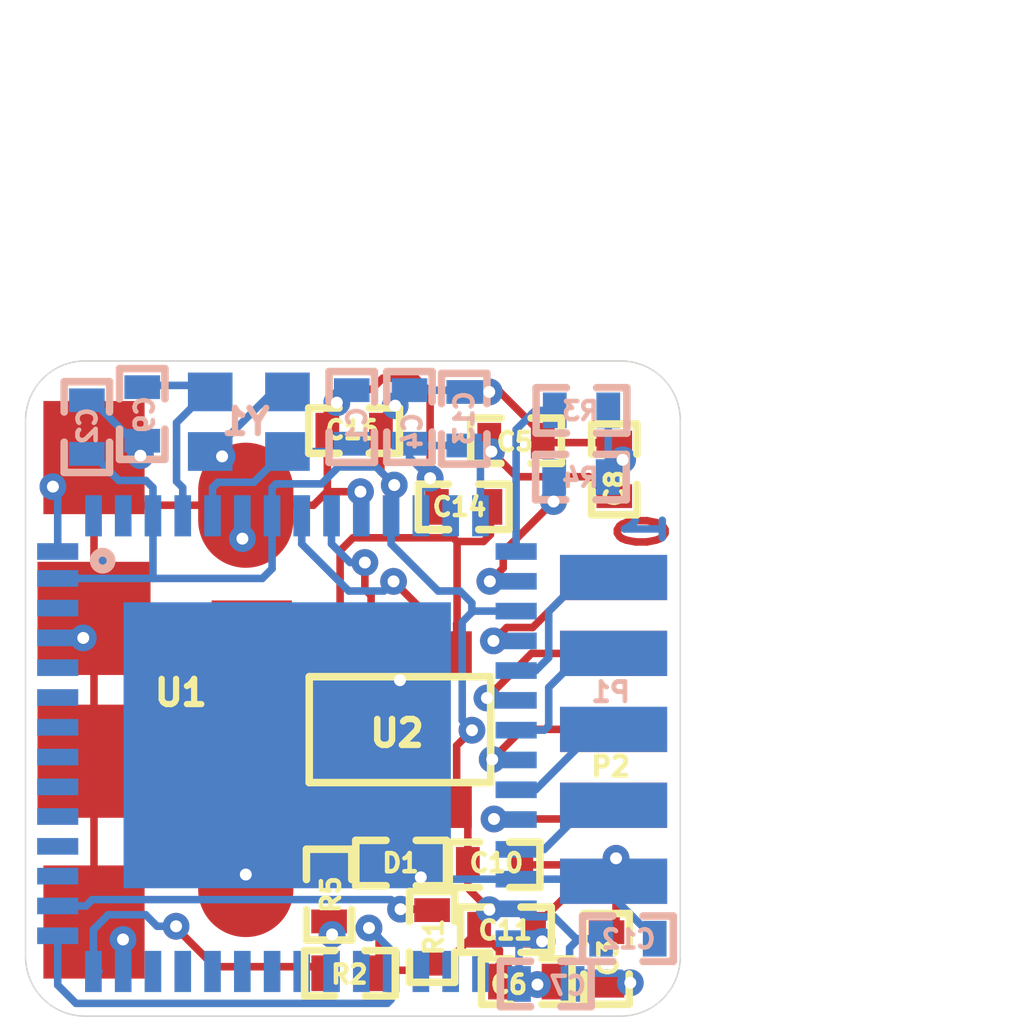
<source format=kicad_pcb>
(kicad_pcb (version 4) (host pcbnew 4.0.7+dfsg1-1)

  (general
    (links 84)
    (no_connects 0)
    (area 49.0519 20.05304 86.390762 55.159696)
    (thickness 0.8)
    (drawings 16)
    (tracks 380)
    (zones 0)
    (modules 27)
    (nets 22)
  )

  (page User 152.4 101.6)
  (title_block
    (title "fx2grok-tiny 0.2")
    (date 2017-09-29)
    (rev 1)
    (company http://www.sigrok.org/wiki/Fx2grok)
    (comment 1 "Open Hardware, CC-BY-SA 4.0")
  )

  (layers
    (0 F.Cu signal)
    (31 B.Cu signal)
    (34 B.Paste user)
    (35 F.Paste user)
    (36 B.SilkS user hide)
    (37 F.SilkS user hide)
    (38 B.Mask user)
    (39 F.Mask user)
    (40 Dwgs.User user)
    (44 Edge.Cuts user)
  )

  (setup
    (last_trace_width 0.127)
    (trace_clearance 0.127)
    (zone_clearance 0.508)
    (zone_45_only no)
    (trace_min 0.127)
    (segment_width 0.381)
    (edge_width 0.0254)
    (via_size 0.44958)
    (via_drill 0.20066)
    (via_min_size 0.44958)
    (via_min_drill 0.20066)
    (uvia_size 0.508)
    (uvia_drill 0.127)
    (uvias_allowed no)
    (uvia_min_size 0.508)
    (uvia_min_drill 0.127)
    (pcb_text_width 0.3048)
    (pcb_text_size 1.524 2.032)
    (mod_edge_width 0.381)
    (mod_text_size 1.524 1.524)
    (mod_text_width 0.3048)
    (pad_size 1.89992 1.89992)
    (pad_drill 0)
    (pad_to_mask_clearance 0.0508)
    (aux_axis_origin 0 0)
    (grid_origin 67.70116 48.7492)
    (visible_elements FFFFFF19)
    (pcbplotparams
      (layerselection 0x010cc_80000001)
      (usegerberextensions true)
      (usegerberattributes true)
      (excludeedgelayer true)
      (linewidth 0.150000)
      (plotframeref false)
      (viasonmask false)
      (mode 1)
      (useauxorigin false)
      (hpglpennumber 1)
      (hpglpenspeed 20)
      (hpglpendiameter 15)
      (hpglpenoverlay 0)
      (psnegative false)
      (psa4output false)
      (plotreference false)
      (plotvalue false)
      (plotinvisibletext false)
      (padsonsilk false)
      (subtractmaskfromsilk false)
      (outputformat 1)
      (mirror false)
      (drillshape 0)
      (scaleselection 1)
      (outputdirectory fx2grok-tiny-0.2-gerber-files))
  )

  (net 0 "")
  (net 1 +5V)
  (net 2 /DM)
  (net 3 /DP)
  (net 4 /PB0)
  (net 5 /PB1)
  (net 6 /PB2)
  (net 7 /PB3)
  (net 8 /PB4)
  (net 9 /PB5)
  (net 10 /PB6)
  (net 11 /PB7)
  (net 12 /RESET#)
  (net 13 /SCL)
  (net 14 /SDA)
  (net 15 /WAKEUP)
  (net 16 /XTALIN)
  (net 17 /XTALOUT)
  (net 18 GND)
  (net 19 +3V3)
  (net 20 /PA1)
  (net 21 "Net-(D1-Pad2)")

  (net_class Default "This is the default net class."
    (clearance 0.127)
    (trace_width 0.127)
    (via_dia 0.44958)
    (via_drill 0.20066)
    (uvia_dia 0.508)
    (uvia_drill 0.127)
    (add_net +3V3)
    (add_net +5V)
    (add_net /DM)
    (add_net /DP)
    (add_net /PA1)
    (add_net /PB0)
    (add_net /PB1)
    (add_net /PB2)
    (add_net /PB3)
    (add_net /PB4)
    (add_net /PB5)
    (add_net /PB6)
    (add_net /PB7)
    (add_net /RESET#)
    (add_net /SCL)
    (add_net /SDA)
    (add_net /WAKEUP)
    (add_net /XTALIN)
    (add_net /XTALOUT)
    (add_net GND)
    (add_net "Net-(D1-Pad2)")
  )

  (module SM0402 (layer F.Cu) (tedit 59C647D6) (tstamp 4FCBF54C)
    (at 75.58116 46.2092)
    (path /4FCA9724)
    (attr smd)
    (fp_text reference C10 (at 0.03 -0.03) (layer F.SilkS)
      (effects (font (size 0.3048 0.3048) (thickness 0.0762)))
    )
    (fp_text value 100nF (at -0.038 0.022) (layer F.SilkS) hide
      (effects (font (size 0.2048 0.2048) (thickness 0.0512)))
    )
    (fp_line (start -0.254 -0.381) (end -0.762 -0.381) (layer F.SilkS) (width 0.127))
    (fp_line (start -0.762 -0.381) (end -0.762 0.381) (layer F.SilkS) (width 0.127))
    (fp_line (start -0.762 0.381) (end -0.254 0.381) (layer F.SilkS) (width 0.127))
    (fp_line (start 0.254 -0.381) (end 0.762 -0.381) (layer F.SilkS) (width 0.127))
    (fp_line (start 0.762 -0.381) (end 0.762 0.381) (layer F.SilkS) (width 0.127))
    (fp_line (start 0.762 0.381) (end 0.254 0.381) (layer F.SilkS) (width 0.127))
    (pad 1 smd rect (at -0.44958 0) (size 0.39878 0.59944) (layers F.Cu F.Paste F.Mask)
      (net 19 +3V3))
    (pad 2 smd rect (at 0.44958 0) (size 0.39878 0.59944) (layers F.Cu F.Paste F.Mask)
      (net 18 GND))
    (model smd\chip_cms.wrl
      (at (xyz 0 0 0.002))
      (scale (xyz 0.05 0.05 0.05))
      (rotate (xyz 0 0 0))
    )
  )

  (module SM0402 (layer F.Cu) (tedit 59C64851) (tstamp 4FCBF572)
    (at 75.06116 40.1992 180)
    (path /4FCAA85F)
    (attr smd)
    (fp_text reference C14 (at 0.07 0 180) (layer F.SilkS)
      (effects (font (size 0.3048 0.3048) (thickness 0.0762)))
    )
    (fp_text value 1uF (at 0.04064 0 180) (layer F.SilkS) hide
      (effects (font (size 0.2048 0.2048) (thickness 0.0512)))
    )
    (fp_line (start -0.254 -0.381) (end -0.762 -0.381) (layer F.SilkS) (width 0.127))
    (fp_line (start -0.762 -0.381) (end -0.762 0.381) (layer F.SilkS) (width 0.127))
    (fp_line (start -0.762 0.381) (end -0.254 0.381) (layer F.SilkS) (width 0.127))
    (fp_line (start 0.254 -0.381) (end 0.762 -0.381) (layer F.SilkS) (width 0.127))
    (fp_line (start 0.762 -0.381) (end 0.762 0.381) (layer F.SilkS) (width 0.127))
    (fp_line (start 0.762 0.381) (end 0.254 0.381) (layer F.SilkS) (width 0.127))
    (pad 1 smd rect (at -0.44958 0 180) (size 0.39878 0.59944) (layers F.Cu F.Paste F.Mask)
      (net 1 +5V))
    (pad 2 smd rect (at 0.44958 0 180) (size 0.39878 0.59944) (layers F.Cu F.Paste F.Mask)
      (net 18 GND))
    (model smd\chip_cms.wrl
      (at (xyz 0 0 0.002))
      (scale (xyz 0.05 0.05 0.05))
      (rotate (xyz 0 0 0))
    )
  )

  (module SM0402 (layer F.Cu) (tedit 59C647DA) (tstamp 4FCBF566)
    (at 75.94116 39.0892 180)
    (path /4FCA9777)
    (attr smd)
    (fp_text reference C5 (at 0.02 -0.02 180) (layer F.SilkS)
      (effects (font (size 0.3048 0.3048) (thickness 0.0762)))
    )
    (fp_text value 100nF (at -0.0254 -0.03556 180) (layer F.SilkS) hide
      (effects (font (size 0.2048 0.2048) (thickness 0.0512)))
    )
    (fp_line (start -0.254 -0.381) (end -0.762 -0.381) (layer F.SilkS) (width 0.127))
    (fp_line (start -0.762 -0.381) (end -0.762 0.381) (layer F.SilkS) (width 0.127))
    (fp_line (start -0.762 0.381) (end -0.254 0.381) (layer F.SilkS) (width 0.127))
    (fp_line (start 0.254 -0.381) (end 0.762 -0.381) (layer F.SilkS) (width 0.127))
    (fp_line (start 0.762 -0.381) (end 0.762 0.381) (layer F.SilkS) (width 0.127))
    (fp_line (start 0.762 0.381) (end 0.254 0.381) (layer F.SilkS) (width 0.127))
    (pad 1 smd rect (at -0.44958 0 180) (size 0.39878 0.59944) (layers F.Cu F.Paste F.Mask)
      (net 19 +3V3))
    (pad 2 smd rect (at 0.44958 0 180) (size 0.39878 0.59944) (layers F.Cu F.Paste F.Mask)
      (net 18 GND))
    (model smd\chip_cms.wrl
      (at (xyz 0 0 0.002))
      (scale (xyz 0.05 0.05 0.05))
      (rotate (xyz 0 0 0))
    )
  )

  (module SOT23-5 (layer F.Cu) (tedit 59B1BFB7) (tstamp 4FCBF54B)
    (at 73.99116 43.9392 180)
    (path /4FCAA78E)
    (attr smd)
    (fp_text reference U2 (at 0.05 -0.06 360) (layer F.SilkS)
      (effects (font (size 0.435 0.435) (thickness 0.10875)))
    )
    (fp_text value MIC5504 (at 18.2499 23.25116 180) (layer F.SilkS) hide
      (effects (font (size 0.635 0.635) (thickness 0.127)))
    )
    (fp_line (start 1.524 -0.889) (end 1.524 0.889) (layer F.SilkS) (width 0.127))
    (fp_line (start 1.524 0.889) (end -1.524 0.889) (layer F.SilkS) (width 0.127))
    (fp_line (start -1.524 0.889) (end -1.524 -0.889) (layer F.SilkS) (width 0.127))
    (fp_line (start -1.524 -0.889) (end 1.524 -0.889) (layer F.SilkS) (width 0.127))
    (pad 1 smd rect (at -0.9525 1.27 180) (size 0.508 0.762) (layers F.Cu F.Paste F.Mask)
      (net 1 +5V))
    (pad 3 smd rect (at 0.9525 1.27 180) (size 0.508 0.762) (layers F.Cu F.Paste F.Mask)
      (net 1 +5V))
    (pad 5 smd rect (at -0.9525 -1.27 180) (size 0.508 0.762) (layers F.Cu F.Paste F.Mask)
      (net 19 +3V3))
    (pad 2 smd rect (at 0 1.27 180) (size 0.508 0.762) (layers F.Cu F.Paste F.Mask)
      (net 18 GND))
    (pad 4 smd rect (at 0.9525 -1.27 180) (size 0.508 0.762) (layers F.Cu F.Paste F.Mask))
    (model smd/SOT23_5.wrl
      (at (xyz 0 0 0))
      (scale (xyz 0.1 0.1 0.1))
      (rotate (xyz 0 0 0))
    )
  )

  (module SM0402 (layer F.Cu) (tedit 59C647D2) (tstamp 4FCBF580)
    (at 73.22116 38.9192 180)
    (path /4FCAA863)
    (attr smd)
    (fp_text reference C16 (at 0.03 0.01 180) (layer F.SilkS)
      (effects (font (size 0.3048 0.3048) (thickness 0.0762)))
    )
    (fp_text value 1uF (at 0 0 180) (layer F.SilkS) hide
      (effects (font (size 0.2048 0.2048) (thickness 0.0512)))
    )
    (fp_line (start -0.254 -0.381) (end -0.762 -0.381) (layer F.SilkS) (width 0.127))
    (fp_line (start -0.762 -0.381) (end -0.762 0.381) (layer F.SilkS) (width 0.127))
    (fp_line (start -0.762 0.381) (end -0.254 0.381) (layer F.SilkS) (width 0.127))
    (fp_line (start 0.254 -0.381) (end 0.762 -0.381) (layer F.SilkS) (width 0.127))
    (fp_line (start 0.762 -0.381) (end 0.762 0.381) (layer F.SilkS) (width 0.127))
    (fp_line (start 0.762 0.381) (end 0.254 0.381) (layer F.SilkS) (width 0.127))
    (pad 1 smd rect (at -0.44958 0 180) (size 0.39878 0.59944) (layers F.Cu F.Paste F.Mask)
      (net 19 +3V3))
    (pad 2 smd rect (at 0.44958 0 180) (size 0.39878 0.59944) (layers F.Cu F.Paste F.Mask)
      (net 18 GND))
    (model smd\chip_cms.wrl
      (at (xyz 0 0 0.002))
      (scale (xyz 0.05 0.05 0.05))
      (rotate (xyz 0 0 0))
    )
  )

  (module SM0402 (layer B.Cu) (tedit 59C647E4) (tstamp 4FCBF56E)
    (at 75.07116 38.7192 270)
    (path /4FCA97A0)
    (attr smd)
    (fp_text reference C13 (at -0.01 0 270) (layer B.SilkS)
      (effects (font (size 0.3048 0.3048) (thickness 0.0762)) (justify mirror))
    )
    (fp_text value 100nF (at -0.01524 0 270) (layer B.SilkS) hide
      (effects (font (size 0.2048 0.2048) (thickness 0.0512)) (justify mirror))
    )
    (fp_line (start -0.254 0.381) (end -0.762 0.381) (layer B.SilkS) (width 0.127))
    (fp_line (start -0.762 0.381) (end -0.762 -0.381) (layer B.SilkS) (width 0.127))
    (fp_line (start -0.762 -0.381) (end -0.254 -0.381) (layer B.SilkS) (width 0.127))
    (fp_line (start 0.254 0.381) (end 0.762 0.381) (layer B.SilkS) (width 0.127))
    (fp_line (start 0.762 0.381) (end 0.762 -0.381) (layer B.SilkS) (width 0.127))
    (fp_line (start 0.762 -0.381) (end 0.254 -0.381) (layer B.SilkS) (width 0.127))
    (pad 1 smd rect (at -0.44958 0 270) (size 0.39878 0.59944) (layers B.Cu B.Paste B.Mask)
      (net 19 +3V3))
    (pad 2 smd rect (at 0.44958 0 270) (size 0.39878 0.59944) (layers B.Cu B.Paste B.Mask)
      (net 18 GND))
    (model smd\chip_cms.wrl
      (at (xyz 0 0 0.002))
      (scale (xyz 0.05 0.05 0.05))
      (rotate (xyz 0 0 0))
    )
  )

  (module SM0402 (layer F.Cu) (tedit 59C647EB) (tstamp 4FCBF56A)
    (at 73.15116 48.0292 180)
    (path /4FCAA3E6)
    (attr smd)
    (fp_text reference R2 (at 0.01016 -0.02 180) (layer F.SilkS)
      (effects (font (size 0.3048 0.3048) (thickness 0.0762)))
    )
    (fp_text value 2K7 (at 0.06604 -0.0254 180) (layer F.SilkS) hide
      (effects (font (size 0.2048 0.2048) (thickness 0.0512)))
    )
    (fp_line (start -0.254 -0.381) (end -0.762 -0.381) (layer F.SilkS) (width 0.127))
    (fp_line (start -0.762 -0.381) (end -0.762 0.381) (layer F.SilkS) (width 0.127))
    (fp_line (start -0.762 0.381) (end -0.254 0.381) (layer F.SilkS) (width 0.127))
    (fp_line (start 0.254 -0.381) (end 0.762 -0.381) (layer F.SilkS) (width 0.127))
    (fp_line (start 0.762 -0.381) (end 0.762 0.381) (layer F.SilkS) (width 0.127))
    (fp_line (start 0.762 0.381) (end 0.254 0.381) (layer F.SilkS) (width 0.127))
    (pad 1 smd rect (at -0.44958 0 180) (size 0.39878 0.59944) (layers F.Cu F.Paste F.Mask)
      (net 19 +3V3))
    (pad 2 smd rect (at 0.44958 0 180) (size 0.39878 0.59944) (layers F.Cu F.Paste F.Mask)
      (net 12 /RESET#))
    (model smd\chip_cms.wrl
      (at (xyz 0 0 0.002))
      (scale (xyz 0.05 0.05 0.05))
      (rotate (xyz 0 0 0))
    )
  )

  (module SM0402 (layer B.Cu) (tedit 59C64810) (tstamp 4FCE905B)
    (at 76.44116 48.2092 180)
    (path /4FCA9793)
    (attr smd)
    (fp_text reference C7 (at -0.37 -0.03 180) (layer B.SilkS)
      (effects (font (size 0.3048 0.3048) (thickness 0.0762)) (justify mirror))
    )
    (fp_text value 100nF (at 0.01016 0 180) (layer B.SilkS) hide
      (effects (font (size 0.2048 0.2048) (thickness 0.0512)) (justify mirror))
    )
    (fp_line (start -0.254 0.381) (end -0.762 0.381) (layer B.SilkS) (width 0.127))
    (fp_line (start -0.762 0.381) (end -0.762 -0.381) (layer B.SilkS) (width 0.127))
    (fp_line (start -0.762 -0.381) (end -0.254 -0.381) (layer B.SilkS) (width 0.127))
    (fp_line (start 0.254 0.381) (end 0.762 0.381) (layer B.SilkS) (width 0.127))
    (fp_line (start 0.762 0.381) (end 0.762 -0.381) (layer B.SilkS) (width 0.127))
    (fp_line (start 0.762 -0.381) (end 0.254 -0.381) (layer B.SilkS) (width 0.127))
    (pad 1 smd rect (at -0.44958 0 180) (size 0.39878 0.59944) (layers B.Cu B.Paste B.Mask)
      (net 19 +3V3))
    (pad 2 smd rect (at 0.44958 0 180) (size 0.39878 0.59944) (layers B.Cu B.Paste B.Mask)
      (net 18 GND))
    (model smd\chip_cms.wrl
      (at (xyz 0 0 0.002))
      (scale (xyz 0.05 0.05 0.05))
      (rotate (xyz 0 0 0))
    )
  )

  (module SM0402 (layer B.Cu) (tedit 59C6480D) (tstamp 4FCBF564)
    (at 68.73116 38.8592 90)
    (path /4FCA96AB)
    (attr smd)
    (fp_text reference C2 (at 0.02 0.01 90) (layer B.SilkS)
      (effects (font (size 0.3048 0.3048) (thickness 0.0762)) (justify mirror))
    )
    (fp_text value 100nF (at -0.04064 0 90) (layer B.SilkS) hide
      (effects (font (size 0.2048 0.2048) (thickness 0.0512)) (justify mirror))
    )
    (fp_line (start -0.254 0.381) (end -0.762 0.381) (layer B.SilkS) (width 0.127))
    (fp_line (start -0.762 0.381) (end -0.762 -0.381) (layer B.SilkS) (width 0.127))
    (fp_line (start -0.762 -0.381) (end -0.254 -0.381) (layer B.SilkS) (width 0.127))
    (fp_line (start 0.254 0.381) (end 0.762 0.381) (layer B.SilkS) (width 0.127))
    (fp_line (start 0.762 0.381) (end 0.762 -0.381) (layer B.SilkS) (width 0.127))
    (fp_line (start 0.762 -0.381) (end 0.254 -0.381) (layer B.SilkS) (width 0.127))
    (pad 1 smd rect (at -0.44958 0 90) (size 0.39878 0.59944) (layers B.Cu B.Paste B.Mask)
      (net 19 +3V3))
    (pad 2 smd rect (at 0.44958 0 90) (size 0.39878 0.59944) (layers B.Cu B.Paste B.Mask)
      (net 18 GND))
    (model smd\chip_cms.wrl
      (at (xyz 0 0 0.002))
      (scale (xyz 0.05 0.05 0.05))
      (rotate (xyz 0 0 0))
    )
  )

  (module SM0402 (layer B.Cu) (tedit 59C647FD) (tstamp 515DB414)
    (at 77.82116 47.4492)
    (path /4FCA9799)
    (attr smd)
    (fp_text reference C12 (at 0.01 0.01 180) (layer B.SilkS)
      (effects (font (size 0.3048 0.3048) (thickness 0.0762)) (justify mirror))
    )
    (fp_text value 100nF (at 0 -0.01524) (layer B.SilkS) hide
      (effects (font (size 0.2048 0.2048) (thickness 0.0512)) (justify mirror))
    )
    (fp_line (start -0.254 0.381) (end -0.762 0.381) (layer B.SilkS) (width 0.127))
    (fp_line (start -0.762 0.381) (end -0.762 -0.381) (layer B.SilkS) (width 0.127))
    (fp_line (start -0.762 -0.381) (end -0.254 -0.381) (layer B.SilkS) (width 0.127))
    (fp_line (start 0.254 0.381) (end 0.762 0.381) (layer B.SilkS) (width 0.127))
    (fp_line (start 0.762 0.381) (end 0.762 -0.381) (layer B.SilkS) (width 0.127))
    (fp_line (start 0.762 -0.381) (end 0.254 -0.381) (layer B.SilkS) (width 0.127))
    (pad 1 smd rect (at -0.44958 0) (size 0.39878 0.59944) (layers B.Cu B.Paste B.Mask)
      (net 19 +3V3))
    (pad 2 smd rect (at 0.44958 0) (size 0.39878 0.59944) (layers B.Cu B.Paste B.Mask)
      (net 18 GND))
    (model smd\chip_cms.wrl
      (at (xyz 0 0 0.002))
      (scale (xyz 0.05 0.05 0.05))
      (rotate (xyz 0 0 0))
    )
  )

  (module SM0402 (layer F.Cu) (tedit 59C64809) (tstamp 4FCBF560)
    (at 75.77116 47.2992)
    (path /4FCA9C86)
    (attr smd)
    (fp_text reference C11 (at -0.01 0.01 180) (layer F.SilkS)
      (effects (font (size 0.3048 0.3048) (thickness 0.0762)))
    )
    (fp_text value 100nF (at 0.0254 -0.01016) (layer F.SilkS) hide
      (effects (font (size 0.2048 0.2048) (thickness 0.0512)))
    )
    (fp_line (start -0.254 -0.381) (end -0.762 -0.381) (layer F.SilkS) (width 0.127))
    (fp_line (start -0.762 -0.381) (end -0.762 0.381) (layer F.SilkS) (width 0.127))
    (fp_line (start -0.762 0.381) (end -0.254 0.381) (layer F.SilkS) (width 0.127))
    (fp_line (start 0.254 -0.381) (end 0.762 -0.381) (layer F.SilkS) (width 0.127))
    (fp_line (start 0.762 -0.381) (end 0.762 0.381) (layer F.SilkS) (width 0.127))
    (fp_line (start 0.762 0.381) (end 0.254 0.381) (layer F.SilkS) (width 0.127))
    (pad 1 smd rect (at -0.44958 0) (size 0.39878 0.59944) (layers F.Cu F.Paste F.Mask)
      (net 19 +3V3))
    (pad 2 smd rect (at 0.44958 0) (size 0.39878 0.59944) (layers F.Cu F.Paste F.Mask)
      (net 18 GND))
    (model smd\chip_cms.wrl
      (at (xyz 0 0 0.002))
      (scale (xyz 0.05 0.05 0.05))
      (rotate (xyz 0 0 0))
    )
  )

  (module SM0402 (layer F.Cu) (tedit 59C64814) (tstamp 4FCBF55E)
    (at 76.12116 48.1692)
    (path /4FCA9C79)
    (attr smd)
    (fp_text reference C6 (at -0.3 0.05) (layer F.SilkS)
      (effects (font (size 0.3048 0.3048) (thickness 0.0762)))
    )
    (fp_text value 2.2uF (at 0.0127 -0.02286) (layer F.SilkS) hide
      (effects (font (size 0.2048 0.2048) (thickness 0.0512)))
    )
    (fp_line (start -0.254 -0.381) (end -0.762 -0.381) (layer F.SilkS) (width 0.127))
    (fp_line (start -0.762 -0.381) (end -0.762 0.381) (layer F.SilkS) (width 0.127))
    (fp_line (start -0.762 0.381) (end -0.254 0.381) (layer F.SilkS) (width 0.127))
    (fp_line (start 0.254 -0.381) (end 0.762 -0.381) (layer F.SilkS) (width 0.127))
    (fp_line (start 0.762 -0.381) (end 0.762 0.381) (layer F.SilkS) (width 0.127))
    (fp_line (start 0.762 0.381) (end 0.254 0.381) (layer F.SilkS) (width 0.127))
    (pad 1 smd rect (at -0.44958 0) (size 0.39878 0.59944) (layers F.Cu F.Paste F.Mask)
      (net 19 +3V3))
    (pad 2 smd rect (at 0.44958 0) (size 0.39878 0.59944) (layers F.Cu F.Paste F.Mask)
      (net 18 GND))
    (model smd\chip_cms.wrl
      (at (xyz 0 0 0.002))
      (scale (xyz 0.05 0.05 0.05))
      (rotate (xyz 0 0 0))
    )
  )

  (module SM0402 (layer B.Cu) (tedit 59C64819) (tstamp 4FCBF55C)
    (at 73.18116 38.6892 90)
    (path /4FC8F6F8)
    (attr smd)
    (fp_text reference C4 (at -0.24 1.02 90) (layer B.SilkS)
      (effects (font (size 0.3048 0.3048) (thickness 0.0762)) (justify mirror))
    )
    (fp_text value 12pF (at -0.04064 -0.0254 90) (layer B.SilkS) hide
      (effects (font (size 0.2048 0.2048) (thickness 0.0512)) (justify mirror))
    )
    (fp_line (start -0.254 0.381) (end -0.762 0.381) (layer B.SilkS) (width 0.127))
    (fp_line (start -0.762 0.381) (end -0.762 -0.381) (layer B.SilkS) (width 0.127))
    (fp_line (start -0.762 -0.381) (end -0.254 -0.381) (layer B.SilkS) (width 0.127))
    (fp_line (start 0.254 0.381) (end 0.762 0.381) (layer B.SilkS) (width 0.127))
    (fp_line (start 0.762 0.381) (end 0.762 -0.381) (layer B.SilkS) (width 0.127))
    (fp_line (start 0.762 -0.381) (end 0.254 -0.381) (layer B.SilkS) (width 0.127))
    (pad 1 smd rect (at -0.44958 0 90) (size 0.39878 0.59944) (layers B.Cu B.Paste B.Mask)
      (net 16 /XTALIN))
    (pad 2 smd rect (at 0.44958 0 90) (size 0.39878 0.59944) (layers B.Cu B.Paste B.Mask)
      (net 18 GND))
    (model smd\chip_cms.wrl
      (at (xyz 0 0 0.002))
      (scale (xyz 0.05 0.05 0.05))
      (rotate (xyz 0 0 0))
    )
  )

  (module SM0402 (layer B.Cu) (tedit 59CB9C39) (tstamp 4FCBF55A)
    (at 69.66116 38.6392 270)
    (path /4FC8F6F5)
    (attr smd)
    (fp_text reference C9 (at 0.01 -0.04 450) (layer B.SilkS)
      (effects (font (size 0.3048 0.3048) (thickness 0.0762)) (justify mirror))
    )
    (fp_text value 12pF (at 0.02286 -0.01524 270) (layer B.SilkS) hide
      (effects (font (size 0.2048 0.2048) (thickness 0.0512)) (justify mirror))
    )
    (fp_line (start -0.254 0.381) (end -0.762 0.381) (layer B.SilkS) (width 0.127))
    (fp_line (start -0.762 0.381) (end -0.762 -0.381) (layer B.SilkS) (width 0.127))
    (fp_line (start -0.762 -0.381) (end -0.254 -0.381) (layer B.SilkS) (width 0.127))
    (fp_line (start 0.254 0.381) (end 0.762 0.381) (layer B.SilkS) (width 0.127))
    (fp_line (start 0.762 0.381) (end 0.762 -0.381) (layer B.SilkS) (width 0.127))
    (fp_line (start 0.762 -0.381) (end 0.254 -0.381) (layer B.SilkS) (width 0.127))
    (pad 1 smd rect (at -0.44958 0 270) (size 0.39878 0.59944) (layers B.Cu B.Paste B.Mask)
      (net 17 /XTALOUT))
    (pad 2 smd rect (at 0.44958 0 270) (size 0.39878 0.59944) (layers B.Cu B.Paste B.Mask)
      (net 18 GND))
    (model smd\chip_cms.wrl
      (at (xyz 0 0 0.002))
      (scale (xyz 0.05 0.05 0.05))
      (rotate (xyz 0 0 0))
    )
  )

  (module SM0402 (layer B.Cu) (tedit 59C6485D) (tstamp 4FCE9F16)
    (at 74.15116 38.6892 270)
    (path /4FCBEB98)
    (attr smd)
    (fp_text reference C1 (at 0.14 0.88 270) (layer B.SilkS)
      (effects (font (size 0.3048 0.3048) (thickness 0.0762)) (justify mirror))
    )
    (fp_text value 1uF (at 0 0 270) (layer B.SilkS) hide
      (effects (font (size 0.2048 0.2048) (thickness 0.0512)) (justify mirror))
    )
    (fp_line (start -0.254 0.381) (end -0.762 0.381) (layer B.SilkS) (width 0.127))
    (fp_line (start -0.762 0.381) (end -0.762 -0.381) (layer B.SilkS) (width 0.127))
    (fp_line (start -0.762 -0.381) (end -0.254 -0.381) (layer B.SilkS) (width 0.127))
    (fp_line (start 0.254 0.381) (end 0.762 0.381) (layer B.SilkS) (width 0.127))
    (fp_line (start 0.762 0.381) (end 0.762 -0.381) (layer B.SilkS) (width 0.127))
    (fp_line (start 0.762 -0.381) (end 0.254 -0.381) (layer B.SilkS) (width 0.127))
    (pad 1 smd rect (at -0.44958 0 270) (size 0.39878 0.59944) (layers B.Cu B.Paste B.Mask)
      (net 19 +3V3))
    (pad 2 smd rect (at 0.44958 0 270) (size 0.39878 0.59944) (layers B.Cu B.Paste B.Mask)
      (net 18 GND))
    (model smd\chip_cms.wrl
      (at (xyz 0 0 0.002))
      (scale (xyz 0.05 0.05 0.05))
      (rotate (xyz 0 0 0))
    )
  )

  (module SM0402 (layer F.Cu) (tedit 59C647F0) (tstamp 4FCBF556)
    (at 74.53116 47.4192 90)
    (path /4FCA95B2)
    (attr smd)
    (fp_text reference R1 (at 0 0.03 90) (layer F.SilkS)
      (effects (font (size 0.3048 0.3048) (thickness 0.0762)))
    )
    (fp_text value 100K (at 0 0 90) (layer F.SilkS) hide
      (effects (font (size 0.2048 0.2048) (thickness 0.0512)))
    )
    (fp_line (start -0.254 -0.381) (end -0.762 -0.381) (layer F.SilkS) (width 0.127))
    (fp_line (start -0.762 -0.381) (end -0.762 0.381) (layer F.SilkS) (width 0.127))
    (fp_line (start -0.762 0.381) (end -0.254 0.381) (layer F.SilkS) (width 0.127))
    (fp_line (start 0.254 -0.381) (end 0.762 -0.381) (layer F.SilkS) (width 0.127))
    (fp_line (start 0.762 -0.381) (end 0.762 0.381) (layer F.SilkS) (width 0.127))
    (fp_line (start 0.762 0.381) (end 0.254 0.381) (layer F.SilkS) (width 0.127))
    (pad 1 smd rect (at -0.44958 0 90) (size 0.39878 0.59944) (layers F.Cu F.Paste F.Mask)
      (net 19 +3V3))
    (pad 2 smd rect (at 0.44958 0 90) (size 0.39878 0.59944) (layers F.Cu F.Paste F.Mask)
      (net 15 /WAKEUP))
    (model smd\chip_cms.wrl
      (at (xyz 0 0 0.002))
      (scale (xyz 0.05 0.05 0.05))
      (rotate (xyz 0 0 0))
    )
  )

  (module SM0402 (layer B.Cu) (tedit 59C64824) (tstamp 4FCBF552)
    (at 77.03116 39.6992)
    (path /4FCA93BD)
    (attr smd)
    (fp_text reference R4 (at -0.01 0.01) (layer B.SilkS)
      (effects (font (size 0.3048 0.3048) (thickness 0.0762)) (justify mirror))
    )
    (fp_text value 2K7 (at -0.00254 -0.0127) (layer B.SilkS) hide
      (effects (font (size 0.2048 0.2048) (thickness 0.0512)) (justify mirror))
    )
    (fp_line (start -0.254 0.381) (end -0.762 0.381) (layer B.SilkS) (width 0.127))
    (fp_line (start -0.762 0.381) (end -0.762 -0.381) (layer B.SilkS) (width 0.127))
    (fp_line (start -0.762 -0.381) (end -0.254 -0.381) (layer B.SilkS) (width 0.127))
    (fp_line (start 0.254 0.381) (end 0.762 0.381) (layer B.SilkS) (width 0.127))
    (fp_line (start 0.762 0.381) (end 0.762 -0.381) (layer B.SilkS) (width 0.127))
    (fp_line (start 0.762 -0.381) (end 0.254 -0.381) (layer B.SilkS) (width 0.127))
    (pad 1 smd rect (at -0.44958 0) (size 0.39878 0.59944) (layers B.Cu B.Paste B.Mask)
      (net 14 /SDA))
    (pad 2 smd rect (at 0.44958 0) (size 0.39878 0.59944) (layers B.Cu B.Paste B.Mask)
      (net 19 +3V3))
    (model smd\chip_cms.wrl
      (at (xyz 0 0 0.002))
      (scale (xyz 0.05 0.05 0.05))
      (rotate (xyz 0 0 0))
    )
  )

  (module SM0402 (layer F.Cu) (tedit 59C64842) (tstamp 4FCBF550)
    (at 77.46116 47.7892 90)
    (path /4FCA9C5D)
    (attr smd)
    (fp_text reference C3 (at 0.02 0.03 270) (layer F.SilkS)
      (effects (font (size 0.3048 0.3048) (thickness 0.0762)))
    )
    (fp_text value 2.2uF (at 0.00254 0.0127 90) (layer F.SilkS) hide
      (effects (font (size 0.2048 0.2048) (thickness 0.0512)))
    )
    (fp_line (start -0.254 -0.381) (end -0.762 -0.381) (layer F.SilkS) (width 0.127))
    (fp_line (start -0.762 -0.381) (end -0.762 0.381) (layer F.SilkS) (width 0.127))
    (fp_line (start -0.762 0.381) (end -0.254 0.381) (layer F.SilkS) (width 0.127))
    (fp_line (start 0.254 -0.381) (end 0.762 -0.381) (layer F.SilkS) (width 0.127))
    (fp_line (start 0.762 -0.381) (end 0.762 0.381) (layer F.SilkS) (width 0.127))
    (fp_line (start 0.762 0.381) (end 0.254 0.381) (layer F.SilkS) (width 0.127))
    (pad 1 smd rect (at -0.44958 0 90) (size 0.39878 0.59944) (layers F.Cu F.Paste F.Mask)
      (net 19 +3V3))
    (pad 2 smd rect (at 0.44958 0 90) (size 0.39878 0.59944) (layers F.Cu F.Paste F.Mask)
      (net 18 GND))
    (model smd\chip_cms.wrl
      (at (xyz 0 0 0.002))
      (scale (xyz 0.05 0.05 0.05))
      (rotate (xyz 0 0 0))
    )
  )

  (module SM0402 (layer F.Cu) (tedit 59C64806) (tstamp 4FCBF54E)
    (at 77.59116 39.56962 270)
    (path /4FCA9C7E)
    (attr smd)
    (fp_text reference C8 (at 0.31958 -0.01 270) (layer F.SilkS)
      (effects (font (size 0.3048 0.3048) (thickness 0.0762)))
    )
    (fp_text value 100nF (at 0 0.01524 270) (layer F.SilkS) hide
      (effects (font (size 0.2048 0.2048) (thickness 0.0512)))
    )
    (fp_line (start -0.254 -0.381) (end -0.762 -0.381) (layer F.SilkS) (width 0.127))
    (fp_line (start -0.762 -0.381) (end -0.762 0.381) (layer F.SilkS) (width 0.127))
    (fp_line (start -0.762 0.381) (end -0.254 0.381) (layer F.SilkS) (width 0.127))
    (fp_line (start 0.254 -0.381) (end 0.762 -0.381) (layer F.SilkS) (width 0.127))
    (fp_line (start 0.762 -0.381) (end 0.762 0.381) (layer F.SilkS) (width 0.127))
    (fp_line (start 0.762 0.381) (end 0.254 0.381) (layer F.SilkS) (width 0.127))
    (pad 1 smd rect (at -0.44958 0 270) (size 0.39878 0.59944) (layers F.Cu F.Paste F.Mask)
      (net 19 +3V3))
    (pad 2 smd rect (at 0.44958 0 270) (size 0.39878 0.59944) (layers F.Cu F.Paste F.Mask)
      (net 18 GND))
    (model smd\chip_cms.wrl
      (at (xyz 0 0 0.002))
      (scale (xyz 0.05 0.05 0.05))
      (rotate (xyz 0 0 0))
    )
  )

  (module SM0402 (layer B.Cu) (tedit 59C64820) (tstamp 4FCBF56C)
    (at 77.04116 38.5792)
    (path /5151D52F)
    (attr smd)
    (fp_text reference R3 (at -0.02 0.01 180) (layer B.SilkS)
      (effects (font (size 0.3048 0.3048) (thickness 0.0762)) (justify mirror))
    )
    (fp_text value 2K7 (at -0.0127 -0.01016) (layer B.SilkS) hide
      (effects (font (size 0.2048 0.2048) (thickness 0.0512)) (justify mirror))
    )
    (fp_line (start -0.254 0.381) (end -0.762 0.381) (layer B.SilkS) (width 0.127))
    (fp_line (start -0.762 0.381) (end -0.762 -0.381) (layer B.SilkS) (width 0.127))
    (fp_line (start -0.762 -0.381) (end -0.254 -0.381) (layer B.SilkS) (width 0.127))
    (fp_line (start 0.254 0.381) (end 0.762 0.381) (layer B.SilkS) (width 0.127))
    (fp_line (start 0.762 0.381) (end 0.762 -0.381) (layer B.SilkS) (width 0.127))
    (fp_line (start 0.762 -0.381) (end 0.254 -0.381) (layer B.SilkS) (width 0.127))
    (pad 1 smd rect (at -0.44958 0) (size 0.39878 0.59944) (layers B.Cu B.Paste B.Mask)
      (net 13 /SCL))
    (pad 2 smd rect (at 0.44958 0) (size 0.39878 0.59944) (layers B.Cu B.Paste B.Mask)
      (net 19 +3V3))
    (model smd\chip_cms.wrl
      (at (xyz 0 0 0.002))
      (scale (xyz 0.05 0.05 0.05))
      (rotate (xyz 0 0 0))
    )
  )

  (module ABM11 (layer B.Cu) (tedit 59C5109F) (tstamp 596295DB)
    (at 71.45116 38.7692 180)
    (path /5962A5CC)
    (fp_text reference Y1 (at 0.05 0 180) (layer B.SilkS)
      (effects (font (size 0.424 0.424) (thickness 0.106)) (justify mirror))
    )
    (fp_text value 24MHz (at 0 4.7498 180) (layer B.SilkS) hide
      (effects (font (thickness 0.3048)) (justify mirror))
    )
    (pad 1 smd rect (at -0.65024 -0.50038 180) (size 0.7493 0.65024) (layers B.Cu B.Paste B.Mask)
      (net 16 /XTALIN) (clearance 0.09906))
    (pad 2 smd rect (at 0.6477 -0.50038 180) (size 0.7493 0.65024) (layers B.Cu B.Paste B.Mask)
      (net 18 GND) (clearance 0.09906))
    (pad 3 smd rect (at 0.6477 0.50038 180) (size 0.7493 0.65024) (layers B.Cu B.Paste B.Mask)
      (net 17 /XTALOUT) (clearance 0.09906))
    (pad 4 smd rect (at -0.65024 0.50038 180) (size 0.7493 0.65024) (layers B.Cu B.Paste B.Mask)
      (net 18 GND) (clearance 0.09906))
  )

  (module fx2grok-tiny:QFN56 (layer B.Cu) (tedit 59CBE066) (tstamp 59CCDB9C)
    (at 72.09732 44.2019 270)
    (path /4FC8F245)
    (fp_text reference IC1 (at 0 -0.50038 270) (layer B.SilkS) hide
      (effects (font (thickness 0.3048)) (justify mirror))
    )
    (fp_text value CY7C68013A-56 (at 0.59944 21.69922 270) (layer B.SilkS) hide
      (effects (font (thickness 0.3048)) (justify mirror))
    )
    (fp_circle (center -3.1 3.1) (end -3 3) (layer B.SilkS) (width 0.15))
    (pad 28 smd rect (at 0 0 270) (size 4.8006 5.4991) (layers B.Cu B.Paste B.Mask)
      (net 18 GND) (clearance 0.01016))
    (pad 15 smd rect (at -3.25374 -3.84556 270) (size 0.2794 0.69088) (layers B.Cu B.Paste B.Mask)
      (net 13 /SCL) (clearance 0.09906))
    (pad 16 smd rect (at -2.75336 -3.84556 270) (size 0.2794 0.69088) (layers B.Cu B.Paste B.Mask)
      (net 14 /SDA) (clearance 0.09906))
    (pad 17 smd rect (at -2.25298 -3.84556 270) (size 0.2794 0.69088) (layers B.Cu B.Paste B.Mask)
      (net 19 +3V3) (clearance 0.09906))
    (pad 18 smd rect (at -1.7526 -3.84556 270) (size 0.2794 0.69088) (layers B.Cu B.Paste B.Mask)
      (net 4 /PB0) (clearance 0.09906))
    (pad 19 smd rect (at -1.25476 -3.84556 270) (size 0.2794 0.69088) (layers B.Cu B.Paste B.Mask)
      (net 5 /PB1) (clearance 0.09906))
    (pad 20 smd rect (at -0.75438 -3.84556 270) (size 0.2794 0.69088) (layers B.Cu B.Paste B.Mask)
      (net 6 /PB2) (clearance 0.09906))
    (pad 21 smd rect (at -0.254 -3.84556 270) (size 0.2794 0.69088) (layers B.Cu B.Paste B.Mask)
      (net 7 /PB3) (clearance 0.09906))
    (pad 22 smd rect (at 0.24638 -3.84556 270) (size 0.2794 0.69088) (layers B.Cu B.Paste B.Mask)
      (net 8 /PB4) (clearance 0.09906))
    (pad 23 smd rect (at 0.74676 -3.84556 270) (size 0.2794 0.69088) (layers B.Cu B.Paste B.Mask)
      (net 9 /PB5) (clearance 0.09906))
    (pad 24 smd rect (at 1.24714 -3.84556 270) (size 0.2794 0.69088) (layers B.Cu B.Paste B.Mask)
      (net 10 /PB6) (clearance 0.09906))
    (pad 25 smd rect (at 1.74752 -3.84556 270) (size 0.2794 0.69088) (layers B.Cu B.Paste B.Mask)
      (net 11 /PB7) (clearance 0.09906))
    (pad 26 smd rect (at 2.2479 -3.84556 270) (size 0.2794 0.69088) (layers B.Cu B.Paste B.Mask)
      (net 18 GND) (clearance 0.09906))
    (pad 27 smd rect (at 2.74574 -3.84556 270) (size 0.2794 0.69088) (layers B.Cu B.Paste B.Mask)
      (net 19 +3V3) (clearance 0.09906))
    (pad 28 smd rect (at 3.24612 -3.84556 270) (size 0.2794 0.69088) (layers B.Cu B.Paste B.Mask)
      (net 18 GND) (clearance 0.09906))
    (pad 14 smd rect (at -3.85318 -3.24612 270) (size 0.69088 0.2794) (layers B.Cu B.Paste B.Mask)
      (net 18 GND) (clearance 0.09906))
    (pad 13 smd rect (at -3.85318 -2.74574 270) (size 0.69088 0.2794) (layers B.Cu B.Paste B.Mask)
      (clearance 0.09906))
    (pad 12 smd rect (at -3.85318 -2.24536 270) (size 0.69088 0.2794) (layers B.Cu B.Paste B.Mask)
      (net 18 GND) (clearance 0.09906))
    (pad 11 smd rect (at -3.85318 -1.74498 270) (size 0.69088 0.2794) (layers B.Cu B.Paste B.Mask)
      (net 19 +3V3) (clearance 0.09906))
    (pad 10 smd rect (at -3.85318 -1.2446 270) (size 0.69088 0.2794) (layers B.Cu B.Paste B.Mask)
      (net 18 GND) (clearance 0.09906))
    (pad 9 smd rect (at -3.85318 -0.74422 270) (size 0.69088 0.2794) (layers B.Cu B.Paste B.Mask)
      (net 2 /DM) (clearance 0.09906))
    (pad 8 smd rect (at -3.85318 -0.24384 270) (size 0.69088 0.2794) (layers B.Cu B.Paste B.Mask)
      (net 3 /DP) (clearance 0.09906))
    (pad 7 smd rect (at -3.85318 0.254 270) (size 0.69088 0.2794) (layers B.Cu B.Paste B.Mask)
      (net 19 +3V3) (clearance 0.09906))
    (pad 6 smd rect (at -3.85318 0.75438 270) (size 0.69088 0.2794) (layers B.Cu B.Paste B.Mask)
      (net 18 GND) (clearance 0.09906))
    (pad 5 smd rect (at -3.85318 1.25476 270) (size 0.69088 0.2794) (layers B.Cu B.Paste B.Mask)
      (net 16 /XTALIN) (clearance 0.09906))
    (pad 4 smd rect (at -3.85318 1.75514 270) (size 0.69088 0.2794) (layers B.Cu B.Paste B.Mask)
      (net 17 /XTALOUT) (clearance 0.09906))
    (pad 3 smd rect (at -3.85318 2.25552 270) (size 0.69088 0.2794) (layers B.Cu B.Paste B.Mask)
      (net 19 +3V3) (clearance 0.09906))
    (pad 2 smd rect (at -3.85318 2.7559 270) (size 0.69088 0.2794) (layers B.Cu B.Paste B.Mask)
      (clearance 0.09906))
    (pad 1 smd rect (at -3.85318 3.25374 270) (size 0.69088 0.2794) (layers B.Cu B.Paste B.Mask)
      (clearance 0.09906))
    (pad 56 smd rect (at -3.25374 3.85572 270) (size 0.2794 0.69088) (layers B.Cu B.Paste B.Mask)
      (net 18 GND) (clearance 0.09906))
    (pad 55 smd rect (at -2.80162 3.85572 270) (size 0.2794 0.69088) (layers B.Cu B.Paste B.Mask)
      (net 19 +3V3) (clearance 0.09906))
    (pad 54 smd rect (at -2.30378 3.85572 270) (size 0.2794 0.69088) (layers B.Cu B.Paste B.Mask)
      (clearance 0.09906))
    (pad 53 smd rect (at -1.8034 3.85572 270) (size 0.2794 0.69088) (layers B.Cu B.Paste B.Mask)
      (net 18 GND) (clearance 0.09906))
    (pad 52 smd rect (at -1.30302 3.85572 270) (size 0.2794 0.69088) (layers B.Cu B.Paste B.Mask)
      (clearance 0.09906))
    (pad 51 smd rect (at -0.80264 3.85572 270) (size 0.2794 0.69088) (layers B.Cu B.Paste B.Mask)
      (clearance 0.09906))
    (pad 50 smd rect (at -0.30226 3.85572 270) (size 0.2794 0.69088) (layers B.Cu B.Paste B.Mask)
      (clearance 0.09906))
    (pad 49 smd rect (at 0.19812 3.85572 270) (size 0.2794 0.69088) (layers B.Cu B.Paste B.Mask)
      (clearance 0.09906))
    (pad 48 smd rect (at 0.6985 3.85572 270) (size 0.2794 0.69088) (layers B.Cu B.Paste B.Mask)
      (clearance 0.09906))
    (pad 47 smd rect (at 1.19634 3.85572 270) (size 0.2794 0.69088) (layers B.Cu B.Paste B.Mask)
      (clearance 0.09906))
    (pad 46 smd rect (at 1.69672 3.85572 270) (size 0.2794 0.69088) (layers B.Cu B.Paste B.Mask)
      (clearance 0.09906))
    (pad 45 smd rect (at 2.1971 3.85572 270) (size 0.2794 0.69088) (layers B.Cu B.Paste B.Mask)
      (clearance 0.09906))
    (pad 44 smd rect (at 2.69748 3.85572 270) (size 0.2794 0.69088) (layers B.Cu B.Paste B.Mask)
      (net 15 /WAKEUP) (clearance 0.09906))
    (pad 43 smd rect (at 3.19786 3.85572 270) (size 0.2794 0.69088) (layers B.Cu B.Paste B.Mask)
      (net 19 +3V3) (clearance 0.09906))
    (pad 42 smd rect (at 3.7973 3.25628 270) (size 0.69088 0.2794) (layers B.Cu B.Paste B.Mask)
      (net 12 /RESET#) (clearance 0.09906))
    (pad 41 smd rect (at 3.7973 2.7559 270) (size 0.69088 0.2794) (layers B.Cu B.Paste B.Mask)
      (net 18 GND) (clearance 0.09906))
    (pad 40 smd rect (at 3.7973 2.25552 270) (size 0.69088 0.2794) (layers B.Cu B.Paste B.Mask)
      (clearance 0.09906))
    (pad 39 smd rect (at 3.7973 1.75514 270) (size 0.69088 0.2794) (layers B.Cu B.Paste B.Mask)
      (clearance 0.09906))
    (pad 38 smd rect (at 3.7973 1.25476 270) (size 0.69088 0.2794) (layers B.Cu B.Paste B.Mask)
      (clearance 0.09906))
    (pad 37 smd rect (at 3.7973 0.75438 270) (size 0.69088 0.2794) (layers B.Cu B.Paste B.Mask)
      (clearance 0.09906))
    (pad 36 smd rect (at 3.7973 0.254 270) (size 0.69088 0.2794) (layers B.Cu B.Paste B.Mask)
      (clearance 0.09906))
    (pad 35 smd rect (at 3.7973 -0.24384 270) (size 0.69088 0.2794) (layers B.Cu B.Paste B.Mask)
      (clearance 0.09906))
    (pad 34 smd rect (at 3.7973 -0.74422 270) (size 0.69088 0.2794) (layers B.Cu B.Paste B.Mask)
      (net 20 /PA1) (clearance 0.09906))
    (pad 33 smd rect (at 3.7973 -1.2446 270) (size 0.69088 0.2794) (layers B.Cu B.Paste B.Mask)
      (clearance 0.09906))
    (pad 32 smd rect (at 3.7973 -1.74498 270) (size 0.69088 0.2794) (layers B.Cu B.Paste B.Mask)
      (net 19 +3V3) (clearance 0.09906))
    (pad 31 smd rect (at 3.7973 -2.24536 270) (size 0.69088 0.2794) (layers B.Cu B.Paste B.Mask)
      (clearance 0.09906))
    (pad 30 smd rect (at 3.7973 -2.74574 270) (size 0.69088 0.2794) (layers B.Cu B.Paste B.Mask)
      (clearance 0.09906))
    (pad 29 smd rect (at 3.7973 -3.24612 270) (size 0.69088 0.2794) (layers B.Cu B.Paste B.Mask)
      (clearance 0.09906))
  )

  (module CONN-5x1-SMD-127MM (layer B.Cu) (tedit 59CD8D0C) (tstamp 59CE64D7)
    (at 77.42114 43.56344 270)
    (path /596377A2)
    (fp_text reference P1 (at -0.25424 -0.11002 360) (layer B.SilkS)
      (effects (font (size 0.324 0.324) (thickness 0.081)) (justify mirror))
    )
    (fp_text value CONN_01X05 (at -0.0508 8.8011 270) (layer B.SilkS) hide
      (effects (font (thickness 0.3048)) (justify mirror))
    )
    (pad 1 smd rect (at -2.17932 -0.16002 270) (size 0.75946 1.8003) (layers B.Cu B.Paste B.Mask)
      (net 5 /PB1) (clearance 0.0508))
    (pad 2 smd rect (at -0.90424 -0.16002 270) (size 0.75946 1.8003) (layers B.Cu B.Paste B.Mask)
      (net 7 /PB3) (clearance 0.0508))
    (pad 3 smd rect (at 0.37084 -0.16002 270) (size 0.75946 1.8003) (layers B.Cu B.Paste B.Mask)
      (net 9 /PB5) (clearance 0.0508))
    (pad 4 smd rect (at 1.64592 -0.16002 270) (size 0.75946 1.8003) (layers B.Cu B.Paste B.Mask)
      (net 11 /PB7) (clearance 0.0508))
    (pad 5 smd rect (at 2.921 -0.16002 270) (size 0.75946 1.8003) (layers B.Cu B.Paste B.Mask)
      (net 18 GND) (clearance 0.0508))
  )

  (module CONN-5x1-SMD-127MM (layer F.Cu) (tedit 59CD8D0C) (tstamp 59CE64DF)
    (at 77.42114 44.30512 90)
    (path /59637927)
    (fp_text reference P2 (at -0.25424 0.11002 360) (layer F.SilkS)
      (effects (font (size 0.324 0.324) (thickness 0.081)))
    )
    (fp_text value CONN_01X05 (at -0.0508 -8.8011 90) (layer F.SilkS) hide
      (effects (font (thickness 0.3048)))
    )
    (pad 1 smd rect (at -2.17932 0.16002 90) (size 0.75946 1.8003) (layers F.Cu F.Paste F.Mask)
      (net 18 GND) (clearance 0.0508))
    (pad 2 smd rect (at -0.90424 0.16002 90) (size 0.75946 1.8003) (layers F.Cu F.Paste F.Mask)
      (net 10 /PB6) (clearance 0.0508))
    (pad 3 smd rect (at 0.37084 0.16002 90) (size 0.75946 1.8003) (layers F.Cu F.Paste F.Mask)
      (net 8 /PB4) (clearance 0.0508))
    (pad 4 smd rect (at 1.64592 0.16002 90) (size 0.75946 1.8003) (layers F.Cu F.Paste F.Mask)
      (net 6 /PB2) (clearance 0.0508))
    (pad 5 smd rect (at 2.921 0.16002 90) (size 0.75946 1.8003) (layers F.Cu F.Paste F.Mask)
      (net 4 /PB0) (clearance 0.0508))
  )

  (module MICRO-USB-B-SMD (layer F.Cu) (tedit 59CE7D2A) (tstamp 59CE64E7)
    (at 70.55042 43.27032 270)
    (path /4FCAA5E6)
    (fp_text reference U1 (at 0.04888 0.23926 360) (layer F.SilkS)
      (effects (font (size 0.424 0.424) (thickness 0.1048)))
    )
    (fp_text value MICRO-USB-B-SMD (at -0.03048 -5.1689 270) (layer F.SilkS) hide
      (effects (font (thickness 0.3048)))
    )
    (pad 1 smd rect (at -1.30048 -0.94996 270) (size 0.39878 1.34874) (layers F.Cu F.Paste F.Mask)
      (net 1 +5V) (clearance 0.09906))
    (pad 2 smd rect (at -0.65024 -0.94996 270) (size 0.39878 1.34874) (layers F.Cu F.Paste F.Mask)
      (net 2 /DM) (clearance 0.09906))
    (pad 3 smd rect (at 0 -0.94996 270) (size 0.39878 1.34874) (layers F.Cu F.Paste F.Mask)
      (net 3 /DP) (clearance 0.09906))
    (pad 4 smd rect (at 0.65024 -0.94996 270) (size 0.39878 1.34874) (layers F.Cu F.Paste F.Mask)
      (clearance 0.09906))
    (pad 5 smd rect (at 1.30048 -0.94996 270) (size 0.39878 1.34874) (layers F.Cu F.Paste F.Mask)
      (net 18 GND) (clearance 0.09906))
    (pad 9 smd oval (at -3.0988 -0.8509 270) (size 2.10058 1.6002) (layers F.Cu F.Paste F.Mask)
      (net 18 GND) (clearance 0.29972))
    (pad 6 smd oval (at 3.10134 -0.8509 270) (size 2.10058 1.6002) (layers F.Cu F.Paste F.Mask)
      (net 18 GND) (clearance 0.29972))
    (pad 7 smd rect (at 3.8989 1.69926 270) (size 1.89992 1.69992) (layers F.Cu F.Paste F.Mask)
      (net 18 GND) (clearance 0.29972))
    (pad 8 smd rect (at 1.19888 1.69926 270) (size 1.89992 1.89992) (layers F.Cu F.Paste F.Mask)
      (net 18 GND) (clearance 0.29972))
    (pad 8 smd rect (at -1.19888 1.69926 270) (size 1.89992 1.89992) (layers F.Cu F.Paste F.Mask)
      (net 18 GND) (clearance 0.29972))
    (pad 8 smd rect (at -3.8989 1.69926 270) (size 1.89992 1.69992) (layers F.Cu F.Paste F.Mask)
      (net 18 GND) (clearance 0.29972))
  )

  (module SM0402 (layer F.Cu) (tedit 59C647F0) (tstamp 59CE7375)
    (at 72.80116 46.7092 90)
    (path /59CE73BD)
    (attr smd)
    (fp_text reference R5 (at 0 0.03 90) (layer F.SilkS)
      (effects (font (size 0.3048 0.3048) (thickness 0.0762)))
    )
    (fp_text value 2K7 (at 0 0 90) (layer F.SilkS) hide
      (effects (font (size 0.2048 0.2048) (thickness 0.0512)))
    )
    (fp_line (start -0.254 -0.381) (end -0.762 -0.381) (layer F.SilkS) (width 0.127))
    (fp_line (start -0.762 -0.381) (end -0.762 0.381) (layer F.SilkS) (width 0.127))
    (fp_line (start -0.762 0.381) (end -0.254 0.381) (layer F.SilkS) (width 0.127))
    (fp_line (start 0.254 -0.381) (end 0.762 -0.381) (layer F.SilkS) (width 0.127))
    (fp_line (start 0.762 -0.381) (end 0.762 0.381) (layer F.SilkS) (width 0.127))
    (fp_line (start 0.762 0.381) (end 0.254 0.381) (layer F.SilkS) (width 0.127))
    (pad 1 smd rect (at -0.44958 0 90) (size 0.39878 0.59944) (layers F.Cu F.Paste F.Mask)
      (net 20 /PA1))
    (pad 2 smd rect (at 0.44958 0 90) (size 0.39878 0.59944) (layers F.Cu F.Paste F.Mask)
      (net 21 "Net-(D1-Pad2)"))
    (model smd\chip_cms.wrl
      (at (xyz 0 0 0.002))
      (scale (xyz 0.05 0.05 0.05))
      (rotate (xyz 0 0 0))
    )
  )

  (module SM0402 (layer F.Cu) (tedit 59C647F0) (tstamp 59CE7489)
    (at 74.01116 46.1792 180)
    (path /59CE7686)
    (attr smd)
    (fp_text reference D1 (at 0.01016 0 180) (layer F.SilkS)
      (effects (font (size 0.3048 0.3048) (thickness 0.0762)))
    )
    (fp_text value LED1 (at 0 0 180) (layer F.SilkS) hide
      (effects (font (size 0.2048 0.2048) (thickness 0.0512)))
    )
    (fp_line (start -0.254 -0.381) (end -0.762 -0.381) (layer F.SilkS) (width 0.127))
    (fp_line (start -0.762 -0.381) (end -0.762 0.381) (layer F.SilkS) (width 0.127))
    (fp_line (start -0.762 0.381) (end -0.254 0.381) (layer F.SilkS) (width 0.127))
    (fp_line (start 0.254 -0.381) (end 0.762 -0.381) (layer F.SilkS) (width 0.127))
    (fp_line (start 0.762 -0.381) (end 0.762 0.381) (layer F.SilkS) (width 0.127))
    (fp_line (start 0.762 0.381) (end 0.254 0.381) (layer F.SilkS) (width 0.127))
    (pad 1 smd rect (at -0.44958 0 180) (size 0.39878 0.59944) (layers F.Cu F.Paste F.Mask)
      (net 18 GND))
    (pad 2 smd rect (at 0.44958 0 180) (size 0.39878 0.59944) (layers F.Cu F.Paste F.Mask)
      (net 21 "Net-(D1-Pad2)"))
    (model smd\chip_cms.wrl
      (at (xyz 0 0 0.002))
      (scale (xyz 0.05 0.05 0.05))
      (rotate (xyz 0 0 0))
    )
  )

  (gr_text . (at 68.99116 40.5492) (layer B.Mask) (tstamp 59CE7560)
    (effects (font (size 1.232 0.824) (thickness 0.206)) (justify mirror))
  )
  (gr_text . (at 68.99116 40.5492) (layer B.Cu)
    (effects (font (size 1.232 0.824) (thickness 0.206)) (justify mirror))
  )
  (gr_text 1 (at 78.11116 40.5692 90) (layer B.Cu) (tstamp 59CE65D5)
    (effects (font (size 0.635 0.508) (thickness 0.127)) (justify mirror))
  )
  (gr_text 0 (at 78.08116 40.6092 90) (layer F.Mask) (tstamp 59CE65C0)
    (effects (font (size 0.802 0.624) (thickness 0.127)) (justify mirror))
  )
  (dimension 11 (width 0.3048) (layer Dwgs.User)
    (gr_text "11 mm" (at 82.32676 43.2492 90) (layer Dwgs.User)
      (effects (font (size 2.032 1.524) (thickness 0.3048)))
    )
    (feature1 (pts (xy 79.70116 37.7492) (xy 83.95236 37.7492)))
    (feature2 (pts (xy 79.70116 48.7492) (xy 83.95236 48.7492)))
    (crossbar (pts (xy 80.70116 48.7492) (xy 80.70116 37.7492)))
    (arrow1a (pts (xy 80.70116 37.7492) (xy 81.287581 38.875704)))
    (arrow1b (pts (xy 80.70116 37.7492) (xy 80.114739 38.875704)))
    (arrow2a (pts (xy 80.70116 48.7492) (xy 81.287581 47.622696)))
    (arrow2b (pts (xy 80.70116 48.7492) (xy 80.114739 47.622696)))
  )
  (dimension 11 (width 0.3048) (layer Dwgs.User)
    (gr_text "11 mm" (at 73.20116 34.1236) (layer Dwgs.User)
      (effects (font (size 2.032 1.524) (thickness 0.3048)))
    )
    (feature1 (pts (xy 78.70116 36.7492) (xy 78.70116 32.498)))
    (feature2 (pts (xy 67.70116 36.7492) (xy 67.70116 32.498)))
    (crossbar (pts (xy 67.70116 35.7492) (xy 78.70116 35.7492)))
    (arrow1a (pts (xy 78.70116 35.7492) (xy 77.574656 36.335621)))
    (arrow1b (pts (xy 78.70116 35.7492) (xy 77.574656 35.162779)))
    (arrow2a (pts (xy 67.70116 35.7492) (xy 68.827664 36.335621)))
    (arrow2b (pts (xy 67.70116 35.7492) (xy 68.827664 35.162779)))
  )
  (gr_text 1 (at 78.11116 40.5692 90) (layer B.Mask)
    (effects (font (size 0.635 0.508) (thickness 0.127)) (justify mirror))
  )
  (gr_text 0 (at 78.08116 40.6092 90) (layer F.Cu)
    (effects (font (size 0.802 0.624) (thickness 0.127)) (justify mirror))
  )
  (gr_arc (start 68.70116 47.7492) (end 68.70116 48.7492) (angle 90) (layer Edge.Cuts) (width 0.0254))
  (gr_arc (start 77.70116 47.7492) (end 78.70116 47.7492) (angle 90) (layer Edge.Cuts) (width 0.0254))
  (gr_arc (start 68.70116 38.7492) (end 67.70116 38.7492) (angle 90) (layer Edge.Cuts) (width 0.0254))
  (gr_arc (start 77.70116 38.7492) (end 77.70116 37.7492) (angle 90) (layer Edge.Cuts) (width 0.0254))
  (gr_line (start 77.70116 37.7492) (end 68.70116 37.7492) (angle 90) (layer Edge.Cuts) (width 0.0254))
  (gr_line (start 78.70116 47.7492) (end 78.70116 38.7492) (angle 90) (layer Edge.Cuts) (width 0.0254))
  (gr_line (start 68.70116 48.7492) (end 77.70116 48.7492) (angle 90) (layer Edge.Cuts) (width 0.0254))
  (gr_line (start 67.70116 38.7492) (end 67.70116 47.7492) (angle 90) (layer Edge.Cuts) (width 0.0254))

  (segment (start 72.986276 41.946816) (end 73.03866 41.9992) (width 0.127) (layer F.Cu) (net 1))
  (segment (start 74.95116 40.780363) (end 74.888962 40.718165) (width 0.127) (layer F.Cu) (net 1))
  (segment (start 72.986276 40.934115) (end 72.986276 41.946816) (width 0.127) (layer F.Cu) (net 1))
  (segment (start 73.202226 40.718165) (end 72.986276 40.934115) (width 0.127) (layer F.Cu) (net 1))
  (segment (start 74.888962 40.718165) (end 73.202226 40.718165) (width 0.127) (layer F.Cu) (net 1))
  (segment (start 73.03866 41.9992) (end 73.03866 42.1612) (width 0.127) (layer F.Cu) (net 1))
  (segment (start 72.8473 41.96984) (end 73.0093 41.96984) (width 0.127) (layer F.Cu) (net 1))
  (segment (start 73.0093 41.96984) (end 73.03866 41.9992) (width 0.127) (layer F.Cu) (net 1))
  (segment (start 74.94366 42.6692) (end 74.94366 42.1612) (width 0.127) (layer F.Cu) (net 1))
  (segment (start 74.94366 42.1612) (end 74.95116 42.1537) (width 0.127) (layer F.Cu) (net 1))
  (segment (start 74.95116 40.780363) (end 75.394997 40.780363) (width 0.127) (layer F.Cu) (net 1))
  (segment (start 74.95116 42.1537) (end 74.95116 40.780363) (width 0.127) (layer F.Cu) (net 1))
  (segment (start 75.394997 40.780363) (end 75.51074 40.66462) (width 0.127) (layer F.Cu) (net 1))
  (segment (start 75.51074 40.66462) (end 75.51074 40.1992) (width 0.127) (layer F.Cu) (net 1))
  (segment (start 72.8473 41.96984) (end 71.50038 41.96984) (width 0.127) (layer F.Cu) (net 1))
  (segment (start 73.03866 42.6692) (end 73.03866 42.1612) (width 0.127) (layer F.Cu) (net 1))
  (segment (start 73.03866 42.5422) (end 73.03866 42.6692) (width 0.127) (layer F.Cu) (net 1))
  (segment (start 73.506405 43.179357) (end 73.506405 41.687221) (width 0.127) (layer F.Cu) (net 2))
  (segment (start 73.445061 43.240701) (end 73.506405 43.179357) (width 0.127) (layer F.Cu) (net 2))
  (segment (start 73.401567 41.451357) (end 73.401567 41.133456) (width 0.127) (layer F.Cu) (net 2))
  (segment (start 73.506405 41.687221) (end 73.401567 41.582383) (width 0.127) (layer F.Cu) (net 2))
  (segment (start 72.011638 42.62008) (end 72.632259 43.240701) (width 0.127) (layer F.Cu) (net 2))
  (segment (start 71.50038 42.62008) (end 72.011638 42.62008) (width 0.127) (layer F.Cu) (net 2))
  (segment (start 72.632259 43.240701) (end 73.445061 43.240701) (width 0.127) (layer F.Cu) (net 2))
  (segment (start 72.84154 40.34872) (end 72.84154 40.82116) (width 0.127) (layer B.Cu) (net 2))
  (segment (start 73.401567 41.582383) (end 73.401567 41.451357) (width 0.127) (layer F.Cu) (net 2))
  (via (at 73.401567 41.133456) (size 0.44958) (drill 0.20066) (layers F.Cu B.Cu) (net 2))
  (segment (start 72.84154 40.82116) (end 73.153836 41.133456) (width 0.127) (layer B.Cu) (net 2))
  (segment (start 73.153836 41.133456) (end 73.401567 41.133456) (width 0.127) (layer B.Cu) (net 2))
  (via (at 73.883623 41.449806) (size 0.44958) (drill 0.20066) (layers F.Cu B.Cu) (net 3))
  (segment (start 73.72233 41.611099) (end 73.883623 41.449806) (width 0.127) (layer B.Cu) (net 3))
  (segment (start 72.302653 43.27032) (end 72.556825 43.524492) (width 0.127) (layer F.Cu) (net 3))
  (segment (start 74.435661 43.279332) (end 74.435661 42.001844) (width 0.127) (layer F.Cu) (net 3))
  (segment (start 74.190501 43.524492) (end 74.435661 43.279332) (width 0.127) (layer F.Cu) (net 3))
  (segment (start 72.556825 43.524492) (end 74.190501 43.524492) (width 0.127) (layer F.Cu) (net 3))
  (segment (start 71.50038 43.27032) (end 72.302653 43.27032) (width 0.127) (layer F.Cu) (net 3))
  (segment (start 73.131099 41.611099) (end 73.72233 41.611099) (width 0.127) (layer B.Cu) (net 3))
  (segment (start 72.34116 40.82116) (end 73.131099 41.611099) (width 0.127) (layer B.Cu) (net 3))
  (segment (start 74.435661 42.001844) (end 74.108412 41.674595) (width 0.127) (layer F.Cu) (net 3))
  (segment (start 74.108412 41.674595) (end 73.883623 41.449806) (width 0.127) (layer F.Cu) (net 3))
  (segment (start 72.34116 40.34872) (end 72.34116 40.82116) (width 0.127) (layer B.Cu) (net 3))
  (segment (start 75.56116 42.4492) (end 75.785949 42.224411) (width 0.127) (layer F.Cu) (net 4))
  (segment (start 75.785949 42.224411) (end 76.220449 42.224411) (width 0.127) (layer F.Cu) (net 4))
  (segment (start 77.06074 41.38412) (end 77.58116 41.38412) (width 0.127) (layer F.Cu) (net 4))
  (segment (start 76.220449 42.224411) (end 77.06074 41.38412) (width 0.127) (layer F.Cu) (net 4))
  (segment (start 75.94288 42.4493) (end 75.56126 42.4493) (width 0.127) (layer B.Cu) (net 4))
  (segment (start 75.56126 42.4493) (end 75.56116 42.4492) (width 0.127) (layer B.Cu) (net 4))
  (via (at 75.56116 42.4492) (size 0.44958) (drill 0.20066) (layers F.Cu B.Cu) (net 4))
  (segment (start 75.94288 42.4493) (end 75.935323 42.441743) (width 0.127) (layer B.Cu) (net 4))
  (segment (start 75.935323 42.441743) (end 75.931863 42.441743) (width 0.127) (layer B.Cu) (net 4))
  (segment (start 75.94288 42.94714) (end 76.273082 42.94714) (width 0.127) (layer B.Cu) (net 5))
  (segment (start 76.273082 42.94714) (end 76.490509 42.729713) (width 0.127) (layer B.Cu) (net 5))
  (segment (start 76.490509 42.729713) (end 76.490509 41.954351) (width 0.127) (layer B.Cu) (net 5))
  (segment (start 76.490509 41.954351) (end 77.06074 41.38412) (width 0.127) (layer B.Cu) (net 5))
  (segment (start 77.06074 41.38412) (end 77.58116 41.38412) (width 0.127) (layer B.Cu) (net 5))
  (segment (start 76.26287 42.94714) (end 76.269218 42.940792) (width 0.127) (layer B.Cu) (net 5))
  (segment (start 77.212611 41.39412) (end 77.62116 41.39412) (width 0.127) (layer B.Cu) (net 5))
  (segment (start 75.94288 42.94714) (end 76.26287 42.94714) (width 0.127) (layer B.Cu) (net 5))
  (segment (start 75.93654 42.9408) (end 75.931863 42.9408) (width 0.127) (layer B.Cu) (net 5))
  (segment (start 75.94288 42.94714) (end 75.93654 42.9408) (width 0.127) (layer B.Cu) (net 5))
  (segment (start 75.452665 43.407472) (end 76.200937 42.6592) (width 0.127) (layer F.Cu) (net 6))
  (segment (start 76.200937 42.6592) (end 77.58116 42.6592) (width 0.127) (layer F.Cu) (net 6))
  (segment (start 75.94288 43.44752) (end 75.492713 43.44752) (width 0.127) (layer B.Cu) (net 6))
  (segment (start 75.492713 43.44752) (end 75.452665 43.407472) (width 0.127) (layer B.Cu) (net 6))
  (via (at 75.452665 43.407472) (size 0.44958) (drill 0.20066) (layers F.Cu B.Cu) (net 6))
  (segment (start 77.206369 42.68396) (end 77.62116 42.68396) (width 0.127) (layer F.Cu) (net 6))
  (segment (start 75.94288 43.9479) (end 76.41532 43.9479) (width 0.127) (layer B.Cu) (net 7))
  (segment (start 76.41532 43.9479) (end 76.490509 43.872711) (width 0.127) (layer B.Cu) (net 7))
  (segment (start 76.490509 43.229431) (end 77.06074 42.6592) (width 0.127) (layer B.Cu) (net 7))
  (segment (start 76.490509 43.872711) (end 76.490509 43.229431) (width 0.127) (layer B.Cu) (net 7))
  (segment (start 77.06074 42.6592) (end 77.58116 42.6592) (width 0.127) (layer B.Cu) (net 7))
  (segment (start 77.62116 42.6692) (end 77.19364 42.6692) (width 0.127) (layer B.Cu) (net 7))
  (segment (start 75.94288 43.9479) (end 76.26033 43.9479) (width 0.127) (layer B.Cu) (net 7))
  (segment (start 75.54116 44.4392) (end 76.04608 43.93428) (width 0.127) (layer F.Cu) (net 8))
  (segment (start 76.04608 43.93428) (end 77.58116 43.93428) (width 0.127) (layer F.Cu) (net 8))
  (segment (start 75.94288 44.44828) (end 75.55024 44.44828) (width 0.127) (layer B.Cu) (net 8))
  (segment (start 75.55024 44.44828) (end 75.54116 44.4392) (width 0.127) (layer B.Cu) (net 8))
  (via (at 75.54116 44.4392) (size 0.44958) (drill 0.20066) (layers F.Cu B.Cu) (net 8))
  (segment (start 76.932049 43.95904) (end 77.62116 43.95904) (width 0.127) (layer F.Cu) (net 8))
  (segment (start 77.00074 43.95904) (end 77.62116 43.95904) (width 0.127) (layer F.Cu) (net 8))
  (segment (start 75.94288 44.94866) (end 76.270542 44.94866) (width 0.127) (layer B.Cu) (net 9))
  (segment (start 76.270542 44.94866) (end 77.284922 43.93428) (width 0.127) (layer B.Cu) (net 9))
  (segment (start 77.284922 43.93428) (end 77.58116 43.93428) (width 0.127) (layer B.Cu) (net 9))
  (segment (start 77.313 44.25244) (end 77.62116 43.94428) (width 0.127) (layer B.Cu) (net 9))
  (segment (start 77.33986 44.22558) (end 77.62116 43.94428) (width 0.127) (layer B.Cu) (net 9) (status 30))
  (segment (start 75.94288 44.94866) (end 76.26033 44.94866) (width 0.127) (layer B.Cu) (net 9))
  (segment (start 75.57116 45.4392) (end 77.35132 45.4392) (width 0.127) (layer F.Cu) (net 10))
  (segment (start 77.35132 45.4392) (end 77.58116 45.20936) (width 0.127) (layer F.Cu) (net 10))
  (segment (start 75.94288 45.44904) (end 75.581 45.44904) (width 0.127) (layer B.Cu) (net 10))
  (segment (start 75.581 45.44904) (end 75.57116 45.4392) (width 0.127) (layer B.Cu) (net 10))
  (via (at 75.57116 45.4392) (size 0.44958) (drill 0.20066) (layers F.Cu B.Cu) (net 10))
  (segment (start 77.021311 45.23412) (end 77.62116 45.23412) (width 0.127) (layer F.Cu) (net 10))
  (segment (start 77.60624 45.2192) (end 77.62116 45.23412) (width 0.127) (layer F.Cu) (net 10) (status 30))
  (segment (start 75.94288 45.94942) (end 76.41532 45.94942) (width 0.127) (layer B.Cu) (net 11))
  (segment (start 76.41532 45.94942) (end 77.15538 45.20936) (width 0.127) (layer B.Cu) (net 11))
  (segment (start 77.15538 45.20936) (end 77.58116 45.20936) (width 0.127) (layer B.Cu) (net 11))
  (segment (start 77.39148 45.44904) (end 77.62116 45.21936) (width 0.127) (layer B.Cu) (net 11))
  (segment (start 77.61418 45.22634) (end 77.62116 45.21936) (width 0.127) (layer B.Cu) (net 11) (status 30))
  (segment (start 75.92432 45.93086) (end 75.803124 45.93086) (width 0.127) (layer B.Cu) (net 11))
  (segment (start 75.94288 45.94942) (end 75.92432 45.93086) (width 0.127) (layer B.Cu) (net 11))
  (segment (start 70.880424 47.9192) (end 72.61673 47.9192) (width 0.127) (layer F.Cu) (net 12))
  (segment (start 72.61673 47.9192) (end 72.61673 47.9792) (width 0.127) (layer F.Cu) (net 12))
  (segment (start 69.912089 47.240379) (end 70.22999 47.240379) (width 0.127) (layer B.Cu) (net 12))
  (segment (start 69.090155 47.046712) (end 69.718422 47.046712) (width 0.127) (layer B.Cu) (net 12))
  (segment (start 68.84104 47.295827) (end 69.090155 47.046712) (width 0.127) (layer B.Cu) (net 12))
  (segment (start 69.718422 47.046712) (end 69.912089 47.240379) (width 0.127) (layer B.Cu) (net 12))
  (segment (start 68.84104 47.9992) (end 68.84104 47.295827) (width 0.127) (layer B.Cu) (net 12))
  (via (at 70.22999 47.240379) (size 0.44958) (drill 0.20066) (layers F.Cu B.Cu) (net 12))
  (segment (start 70.266795 47.305571) (end 70.880424 47.9192) (width 0.127) (layer F.Cu) (net 12))
  (segment (start 68.84104 47.9992) (end 68.935004 47.9992) (width 0.127) (layer B.Cu) (net 12))
  (segment (start 68.849524 48.007684) (end 68.84104 47.9992) (width 0.127) (layer B.Cu) (net 12))
  (segment (start 76.26519 38.5792) (end 76.59158 38.5792) (width 0.127) (layer B.Cu) (net 13))
  (segment (start 75.94288 40.94816) (end 75.94288 38.90151) (width 0.127) (layer B.Cu) (net 13))
  (segment (start 75.94288 38.90151) (end 76.26519 38.5792) (width 0.127) (layer B.Cu) (net 13))
  (segment (start 76.58158 39.6992) (end 76.58158 40.09878) (width 0.127) (layer B.Cu) (net 14))
  (segment (start 76.58158 40.09878) (end 76.57116 40.1092) (width 0.127) (layer B.Cu) (net 14))
  (segment (start 76.65116 40.0292) (end 76.57116 40.1092) (width 0.127) (layer B.Cu) (net 14))
  (via (at 75.50116 41.4492) (size 0.44958) (drill 0.20066) (layers F.Cu B.Cu) (net 14))
  (segment (start 75.50182 41.44854) (end 75.50116 41.4492) (width 0.127) (layer B.Cu) (net 14))
  (segment (start 75.94288 41.44854) (end 75.50182 41.44854) (width 0.127) (layer B.Cu) (net 14))
  (via (at 76.57116 40.1092) (size 0.44958) (drill 0.20066) (layers F.Cu B.Cu) (net 14))
  (segment (start 75.725949 40.954411) (end 76.57116 40.1092) (width 0.127) (layer F.Cu) (net 14))
  (segment (start 75.725949 41.224411) (end 75.725949 40.954411) (width 0.127) (layer F.Cu) (net 14))
  (segment (start 75.50116 41.4492) (end 75.725949 41.224411) (width 0.127) (layer F.Cu) (net 14))
  (segment (start 74.00116 46.953992) (end 74.526788 46.953992) (width 0.127) (layer F.Cu) (net 15))
  (segment (start 74.526788 46.953992) (end 74.59116 46.88962) (width 0.127) (layer F.Cu) (net 15))
  (segment (start 73.224661 46.792701) (end 73.839869 46.792701) (width 0.127) (layer B.Cu) (net 15))
  (segment (start 73.839869 46.792701) (end 74.00116 46.953992) (width 0.127) (layer B.Cu) (net 15))
  (via (at 74.00116 46.953992) (size 0.44958) (drill 0.20066) (layers F.Cu B.Cu) (net 15))
  (segment (start 68.2416 46.89938) (end 68.71404 46.89938) (width 0.127) (layer B.Cu) (net 15))
  (segment (start 68.820719 46.792701) (end 73.224661 46.792701) (width 0.127) (layer B.Cu) (net 15))
  (segment (start 68.71404 46.89938) (end 68.820719 46.792701) (width 0.127) (layer B.Cu) (net 15))
  (segment (start 72.1014 39.26958) (end 73.05036 39.26958) (width 0.127) (layer B.Cu) (net 16))
  (segment (start 73.05036 39.26958) (end 73.18116 39.13878) (width 0.127) (layer B.Cu) (net 16))
  (segment (start 70.84256 40.34872) (end 70.84256 39.87628) (width 0.127) (layer B.Cu) (net 16) (status 10))
  (segment (start 70.84256 39.87628) (end 70.933639 39.785201) (width 0.127) (layer B.Cu) (net 16))
  (segment (start 70.933639 39.785201) (end 71.536249 39.785201) (width 0.127) (layer B.Cu) (net 16))
  (segment (start 71.536249 39.785201) (end 72.05187 39.26958) (width 0.127) (layer B.Cu) (net 16) (status 20))
  (segment (start 72.05187 39.26958) (end 72.1014 39.26958) (width 0.127) (layer B.Cu) (net 16) (status 30))
  (segment (start 69.63116 38.15962) (end 70.69426 38.15962) (width 0.127) (layer B.Cu) (net 17))
  (segment (start 70.69426 38.15962) (end 70.80346 38.26882) (width 0.127) (layer B.Cu) (net 17))
  (segment (start 70.34218 40.34872) (end 70.34218 39.87628) (width 0.127) (layer B.Cu) (net 17) (status 10))
  (segment (start 70.34218 39.87628) (end 70.238309 39.772409) (width 0.127) (layer B.Cu) (net 17))
  (segment (start 70.238309 39.772409) (end 70.238309 38.784441) (width 0.127) (layer B.Cu) (net 17))
  (segment (start 70.238309 38.784441) (end 70.75393 38.26882) (width 0.127) (layer B.Cu) (net 17) (status 20))
  (segment (start 74.46074 46.1792) (end 74.46074 46.298858) (width 0.127) (layer F.Cu) (net 18))
  (segment (start 74.46074 46.298858) (end 74.34116 46.418438) (width 0.127) (layer F.Cu) (net 18))
  (via (at 74.34116 46.418438) (size 0.44958) (drill 0.20066) (layers F.Cu B.Cu) (net 18))
  (segment (start 76.03074 46.2092) (end 77.30592 46.2092) (width 0.127) (layer F.Cu) (net 18))
  (segment (start 77.30592 46.2092) (end 77.58116 46.48444) (width 0.127) (layer F.Cu) (net 18))
  (via (at 77.62116 46.0992) (size 0.44958) (drill 0.20066) (layers F.Cu B.Cu) (net 18))
  (segment (start 77.62116 46.5092) (end 77.62116 46.0992) (width 0.127) (layer F.Cu) (net 18))
  (segment (start 77.62116 46.0992) (end 77.62116 46.49444) (width 0.127) (layer B.Cu) (net 18))
  (via (at 71.40132 46.37166) (size 0.44958) (drill 0.20066) (layers F.Cu B.Cu) (net 18))
  (segment (start 71.57378 46.1992) (end 71.40132 46.37166) (width 0.127) (layer F.Cu) (net 18))
  (segment (start 75.49788 39.16878) (end 75.52758 39.19848) (width 0.127) (layer B.Cu) (net 18))
  (segment (start 75.07116 39.16878) (end 75.49788 39.16878) (width 0.127) (layer B.Cu) (net 18))
  (segment (start 75.752369 39.49522) (end 75.52758 39.270431) (width 0.127) (layer F.Cu) (net 18))
  (segment (start 77.16444 39.69281) (end 75.949959 39.69281) (width 0.127) (layer F.Cu) (net 18))
  (segment (start 75.52758 39.19848) (end 75.52758 39.270431) (width 0.127) (layer B.Cu) (net 18))
  (segment (start 77.49083 40.0192) (end 77.16444 39.69281) (width 0.127) (layer F.Cu) (net 18))
  (via (at 75.52758 39.270431) (size 0.44958) (drill 0.20066) (layers F.Cu B.Cu) (net 18))
  (segment (start 77.59116 40.0192) (end 77.49083 40.0192) (width 0.127) (layer F.Cu) (net 18))
  (segment (start 75.949959 39.69281) (end 75.752369 39.49522) (width 0.127) (layer F.Cu) (net 18))
  (segment (start 72.77158 39.93878) (end 72.53884 40.17152) (width 0.127) (layer F.Cu) (net 18))
  (segment (start 72.53884 40.17152) (end 71.40132 40.17152) (width 0.127) (layer F.Cu) (net 18))
  (segment (start 72.77158 39.93878) (end 72.776771 39.943971) (width 0.127) (layer F.Cu) (net 18))
  (segment (start 72.776771 39.943971) (end 73.328003 39.943971) (width 0.127) (layer F.Cu) (net 18))
  (segment (start 72.77158 38.9192) (end 72.77158 39.93878) (width 0.127) (layer F.Cu) (net 18))
  (segment (start 77.62116 46.49444) (end 77.62116 46.79962) (width 0.127) (layer B.Cu) (net 18))
  (segment (start 77.62116 46.79962) (end 78.27074 47.4492) (width 0.127) (layer B.Cu) (net 18))
  (segment (start 76.30116 48.2192) (end 76.43074 48.2192) (width 0.127) (layer F.Cu) (net 18))
  (segment (start 76.43074 48.2192) (end 76.56074 48.0892) (width 0.127) (layer F.Cu) (net 18))
  (segment (start 75.99158 48.2092) (end 76.29116 48.2092) (width 0.127) (layer B.Cu) (net 18))
  (segment (start 76.29116 48.2092) (end 76.30116 48.2192) (width 0.127) (layer B.Cu) (net 18))
  (via (at 76.30116 48.2192) (size 0.44958) (drill 0.20066) (layers F.Cu B.Cu) (net 18))
  (segment (start 75.99158 48.2092) (end 75.99158 47.49672) (width 0.127) (layer B.Cu) (net 18))
  (segment (start 75.99158 47.49672) (end 75.94288 47.44802) (width 0.127) (layer B.Cu) (net 18))
  (segment (start 74.15116 39.13878) (end 74.15116 39.370549) (width 0.127) (layer B.Cu) (net 18))
  (segment (start 74.15116 39.370549) (end 74.498152 39.717541) (width 0.127) (layer B.Cu) (net 18))
  (segment (start 71.344558 40.414697) (end 71.344558 40.732598) (width 0.127) (layer B.Cu) (net 18))
  (segment (start 71.34294 40.34872) (end 71.344558 40.350338) (width 0.127) (layer B.Cu) (net 18))
  (via (at 71.344558 40.732598) (size 0.44958) (drill 0.20066) (layers F.Cu B.Cu) (net 18))
  (segment (start 71.344558 40.350338) (end 71.344558 40.414697) (width 0.127) (layer B.Cu) (net 18))
  (segment (start 74.34268 40.34872) (end 74.34268 39.873013) (width 0.127) (layer B.Cu) (net 18))
  (segment (start 74.34268 39.873013) (end 74.498152 39.717541) (width 0.127) (layer B.Cu) (net 18))
  (segment (start 69.63116 39.05878) (end 69.53083 39.05878) (width 0.127) (layer B.Cu) (net 18))
  (segment (start 69.53083 39.05878) (end 69.53041 39.0592) (width 0.127) (layer B.Cu) (net 18))
  (segment (start 69.53041 39.0592) (end 69.48041 39.0092) (width 0.127) (layer B.Cu) (net 18))
  (segment (start 69.48041 39.0092) (end 69.42107 39.0092) (width 0.127) (layer B.Cu) (net 18))
  (segment (start 69.42107 39.0092) (end 68.94149 38.52962) (width 0.127) (layer B.Cu) (net 18))
  (segment (start 68.94149 38.52962) (end 68.84116 38.52962) (width 0.127) (layer B.Cu) (net 18))
  (segment (start 69.63116 39.05878) (end 69.63116 39.3392) (width 0.127) (layer B.Cu) (net 18))
  (via (at 69.63116 39.3392) (size 0.44958) (drill 0.20066) (layers F.Cu B.Cu) (net 18))
  (segment (start 69.34142 47.9992) (end 69.34142 47.464746) (width 0.127) (layer B.Cu) (net 18))
  (segment (start 69.34142 47.464746) (end 69.338686 47.462012) (width 0.127) (layer B.Cu) (net 18))
  (via (at 69.338686 47.462012) (size 0.44958) (drill 0.20066) (layers F.Cu B.Cu) (net 18))
  (segment (start 76.379544 47.176599) (end 76.379544 47.4945) (width 0.127) (layer F.Cu) (net 18))
  (segment (start 77.00074 46.5092) (end 76.379544 47.130396) (width 0.127) (layer F.Cu) (net 18))
  (segment (start 75.98936 47.4945) (end 76.061643 47.4945) (width 0.127) (layer B.Cu) (net 18))
  (segment (start 76.061643 47.4945) (end 76.379544 47.4945) (width 0.127) (layer B.Cu) (net 18))
  (segment (start 75.94288 47.44802) (end 75.98936 47.4945) (width 0.127) (layer B.Cu) (net 18))
  (segment (start 76.379544 47.130396) (end 76.379544 47.176599) (width 0.127) (layer F.Cu) (net 18))
  (via (at 76.379544 47.4945) (size 0.44958) (drill 0.20066) (layers F.Cu B.Cu) (net 18))
  (segment (start 77.62116 46.5092) (end 77.00074 46.5092) (width 0.127) (layer F.Cu) (net 18))
  (segment (start 74.26116 38.0392) (end 74.498152 38.276192) (width 0.127) (layer F.Cu) (net 18))
  (segment (start 74.498152 38.276192) (end 74.498152 39.717541) (width 0.127) (layer F.Cu) (net 18))
  (segment (start 73.70116 38.0392) (end 74.26116 38.0392) (width 0.127) (layer F.Cu) (net 18))
  (segment (start 73.515949 38.224411) (end 73.70116 38.0392) (width 0.127) (layer F.Cu) (net 18))
  (segment (start 72.93116 38.4492) (end 73.155949 38.224411) (width 0.127) (layer F.Cu) (net 18))
  (segment (start 73.155949 38.224411) (end 73.515949 38.224411) (width 0.127) (layer F.Cu) (net 18))
  (segment (start 73.34192 40.34872) (end 73.34192 39.957888) (width 0.127) (layer B.Cu) (net 18))
  (segment (start 73.34192 39.957888) (end 73.328003 39.943971) (width 0.127) (layer B.Cu) (net 18))
  (segment (start 73.99116 42.6692) (end 73.99116 43.1092) (width 0.127) (layer F.Cu) (net 18))
  (via (at 73.99116 43.1092) (size 0.44958) (drill 0.20066) (layers F.Cu B.Cu) (net 18))
  (segment (start 74.61158 40.1992) (end 74.61158 39.830969) (width 0.127) (layer F.Cu) (net 18))
  (segment (start 74.61158 39.830969) (end 74.498152 39.717541) (width 0.127) (layer F.Cu) (net 18))
  (segment (start 75.94288 46.4498) (end 74.34522 46.4498) (width 0.127) (layer B.Cu) (net 18))
  (segment (start 74.34522 46.4498) (end 72.09732 44.2019) (width 0.127) (layer B.Cu) (net 18))
  (segment (start 76.60116 46.4498) (end 77.57652 46.4498) (width 0.127) (layer B.Cu) (net 18))
  (segment (start 75.94288 46.4498) (end 76.60116 46.4498) (width 0.127) (layer B.Cu) (net 18))
  (via (at 74.498152 39.717541) (size 0.44958) (drill 0.20066) (layers F.Cu B.Cu) (net 18))
  (segment (start 68.67116 42.3992) (end 68.2423 42.3992) (width 0.127) (layer B.Cu) (net 18))
  (segment (start 68.2423 42.3992) (end 68.2416 42.3985) (width 0.127) (layer B.Cu) (net 18))
  (segment (start 69.343499 47.9992) (end 69.350296 47.992403) (width 0.127) (layer B.Cu) (net 18))
  (segment (start 69.34142 47.9992) (end 69.343499 47.9992) (width 0.127) (layer B.Cu) (net 18))
  (segment (start 68.2416 40.94816) (end 68.2416 39.93964) (width 0.127) (layer B.Cu) (net 18))
  (segment (start 68.2416 39.93964) (end 68.16116 39.8592) (width 0.127) (layer B.Cu) (net 18))
  (segment (start 72.77158 38.9192) (end 72.77158 39.387548) (width 0.127) (layer F.Cu) (net 18))
  (via (at 73.328003 39.943971) (size 0.44958) (drill 0.20066) (layers F.Cu B.Cu) (net 18))
  (segment (start 75.34344 40.34872) (end 75.34344 39.44106) (width 0.127) (layer B.Cu) (net 18))
  (segment (start 75.34344 39.44106) (end 75.07116 39.16878) (width 0.127) (layer B.Cu) (net 18))
  (segment (start 75.07116 39.16878) (end 74.18116 39.16878) (width 0.127) (layer B.Cu) (net 18))
  (segment (start 74.18116 39.16878) (end 74.15116 39.13878) (width 0.127) (layer B.Cu) (net 18))
  (segment (start 72.93116 38.4492) (end 72.97158 38.4492) (width 0.127) (layer B.Cu) (net 18))
  (segment (start 72.97158 38.4492) (end 73.18116 38.23962) (width 0.127) (layer B.Cu) (net 18))
  (segment (start 72.81486 38.4492) (end 72.93116 38.4492) (width 0.127) (layer F.Cu) (net 18))
  (via (at 72.93116 38.4492) (size 0.44958) (drill 0.20066) (layers F.Cu B.Cu) (net 18))
  (segment (start 72.77158 38.9192) (end 72.77158 38.49248) (width 0.127) (layer F.Cu) (net 18))
  (segment (start 72.77158 38.49248) (end 72.81486 38.4492) (width 0.127) (layer F.Cu) (net 18))
  (segment (start 71.00316 39.3512) (end 70.88508 39.3512) (width 0.127) (layer B.Cu) (net 18))
  (segment (start 70.88508 39.3512) (end 70.80346 39.26958) (width 0.127) (layer B.Cu) (net 18))
  (segment (start 71.40132 40.17152) (end 71.40132 39.74936) (width 0.127) (layer F.Cu) (net 18))
  (segment (start 71.40132 39.74936) (end 71.00316 39.3512) (width 0.127) (layer F.Cu) (net 18))
  (via (at 71.00316 39.3512) (size 0.44958) (drill 0.20066) (layers F.Cu B.Cu) (net 18))
  (segment (start 71.40132 46.37166) (end 71.40132 44.66986) (width 0.127) (layer F.Cu) (net 18))
  (segment (start 71.40132 44.66986) (end 71.50038 44.5708) (width 0.127) (layer F.Cu) (net 18))
  (segment (start 71.40132 46.37166) (end 69.64872 46.37166) (width 0.127) (layer F.Cu) (net 18))
  (segment (start 69.64872 46.37166) (end 68.85116 47.16922) (width 0.127) (layer F.Cu) (net 18))
  (segment (start 76.56074 48.0892) (end 76.212762 48.0892) (width 0.127) (layer F.Cu) (net 18) (status 10))
  (segment (start 76.00158 47.50672) (end 75.94288 47.44802) (width 0.127) (layer B.Cu) (net 18) (status 30))
  (via (at 68.67116 42.3992) (size 0.44958) (drill 0.20066) (layers F.Cu B.Cu) (net 18) (status 30))
  (via (at 68.16116 39.8592) (size 0.44958) (drill 0.20066) (layers F.Cu B.Cu) (net 18) (status 30))
  (segment (start 71.40132 40.17152) (end 69.65126 40.17152) (width 0.127) (layer F.Cu) (net 18) (status 10))
  (segment (start 69.65126 40.17152) (end 68.85116 39.37142) (width 0.127) (layer F.Cu) (net 18) (status 20))
  (segment (start 68.85116 47.16922) (end 68.85116 44.4692) (width 0.127) (layer F.Cu) (net 18) (status 30))
  (segment (start 68.85116 44.4692) (end 68.85116 42.07144) (width 0.127) (layer F.Cu) (net 18) (status 30))
  (segment (start 68.85116 42.07144) (end 68.85116 39.37142) (width 0.127) (layer F.Cu) (net 18) (status 30))
  (segment (start 69.63116 39.05878) (end 69.63116 38.9892) (width 0.127) (layer B.Cu) (net 18) (status 30))
  (segment (start 70.80346 39.26958) (end 70.85299 39.26958) (width 0.127) (layer B.Cu) (net 18) (status 30))
  (segment (start 70.85299 39.26958) (end 71.85375 38.26882) (width 0.127) (layer B.Cu) (net 18) (status 30))
  (segment (start 71.85375 38.26882) (end 72.1014 38.26882) (width 0.127) (layer B.Cu) (net 18) (status 30))
  (segment (start 77.62116 46.5092) (end 77.62116 47.17962) (width 0.127) (layer F.Cu) (net 18) (status 30))
  (segment (start 77.62116 47.17962) (end 77.46116 47.33962) (width 0.127) (layer F.Cu) (net 18) (status 30))
  (segment (start 73.64074 47.9792) (end 73.64074 47.43878) (width 0.127) (layer F.Cu) (net 19))
  (segment (start 73.64074 47.43878) (end 73.47116 47.2692) (width 0.127) (layer F.Cu) (net 19))
  (segment (start 73.64074 47.9792) (end 74.42074 47.9792) (width 0.127) (layer F.Cu) (net 19))
  (segment (start 74.42074 47.9792) (end 74.53116 47.86878) (width 0.127) (layer F.Cu) (net 19))
  (segment (start 75.13158 46.2092) (end 75.13158 46.601571) (width 0.127) (layer F.Cu) (net 19))
  (segment (start 75.13158 46.601571) (end 75.493456 46.963447) (width 0.127) (layer F.Cu) (net 19))
  (segment (start 75.13158 46.2092) (end 75.13158 45.39712) (width 0.127) (layer F.Cu) (net 19))
  (segment (start 75.13158 45.39712) (end 74.94366 45.2092) (width 0.127) (layer F.Cu) (net 19))
  (segment (start 75.037371 43.785411) (end 75.20116 43.9492) (width 0.127) (layer B.Cu) (net 19))
  (segment (start 75.037371 42.130491) (end 75.037371 43.785411) (width 0.127) (layer B.Cu) (net 19))
  (segment (start 75.198662 41.9692) (end 75.037371 42.130491) (width 0.127) (layer B.Cu) (net 19))
  (segment (start 74.94366 45.2092) (end 74.94366 44.2067) (width 0.127) (layer F.Cu) (net 19))
  (segment (start 74.94366 44.2067) (end 75.20116 43.9492) (width 0.127) (layer F.Cu) (net 19))
  (segment (start 77.49074 38.5792) (end 77.49074 39.6892) (width 0.127) (layer B.Cu) (net 19))
  (segment (start 77.49074 39.6892) (end 77.48074 39.6992) (width 0.127) (layer B.Cu) (net 19))
  (segment (start 77.73116 39.4092) (end 77.73116 39.26004) (width 0.127) (layer F.Cu) (net 19))
  (segment (start 77.73116 39.26004) (end 77.59116 39.12004) (width 0.127) (layer F.Cu) (net 19))
  (segment (start 77.48074 39.6992) (end 77.48074 39.65962) (width 0.127) (layer B.Cu) (net 19))
  (segment (start 77.48074 39.65962) (end 77.73116 39.4092) (width 0.127) (layer B.Cu) (net 19))
  (via (at 77.73116 39.4092) (size 0.44958) (drill 0.20066) (layers F.Cu B.Cu) (net 19))
  (segment (start 75.198662 41.81049) (end 75.198662 41.9692) (width 0.127) (layer B.Cu) (net 19))
  (segment (start 75.94288 41.94892) (end 75.218942 41.94892) (width 0.127) (layer B.Cu) (net 19))
  (segment (start 75.218942 41.94892) (end 75.198662 41.9692) (width 0.127) (layer B.Cu) (net 19))
  (segment (start 73.8423 40.82116) (end 74.632239 41.611099) (width 0.127) (layer B.Cu) (net 19))
  (segment (start 74.999271 41.611099) (end 75.198662 41.81049) (width 0.127) (layer B.Cu) (net 19))
  (segment (start 73.8423 40.34872) (end 73.8423 40.82116) (width 0.127) (layer B.Cu) (net 19))
  (segment (start 74.632239 41.611099) (end 74.999271 41.611099) (width 0.127) (layer B.Cu) (net 19))
  (via (at 73.47116 47.2692) (size 0.44958) (drill 0.20066) (layers F.Cu B.Cu) (net 19))
  (segment (start 73.8423 47.64034) (end 73.47116 47.2692) (width 0.127) (layer B.Cu) (net 19))
  (segment (start 73.8423 47.9992) (end 73.8423 47.64034) (width 0.127) (layer B.Cu) (net 19))
  (segment (start 74.53116 47.86878) (end 74.752 47.86878) (width 0.127) (layer F.Cu) (net 19))
  (segment (start 74.752 47.86878) (end 75.32158 47.2992) (width 0.127) (layer F.Cu) (net 19))
  (segment (start 69.84116 41.40028) (end 71.68008 41.40028) (width 0.127) (layer B.Cu) (net 19))
  (segment (start 71.84332 40.82116) (end 71.84332 40.34872) (width 0.127) (layer B.Cu) (net 19))
  (segment (start 71.68008 41.40028) (end 71.84332 41.23704) (width 0.127) (layer B.Cu) (net 19))
  (segment (start 71.84332 41.23704) (end 71.84332 40.82116) (width 0.127) (layer B.Cu) (net 19))
  (segment (start 68.2416 41.40028) (end 69.84116 41.40028) (width 0.127) (layer B.Cu) (net 19))
  (segment (start 69.8418 40.34872) (end 69.8418 41.39964) (width 0.127) (layer B.Cu) (net 19))
  (segment (start 69.8418 41.39964) (end 69.84116 41.40028) (width 0.127) (layer B.Cu) (net 19))
  (segment (start 69.8418 40.34872) (end 69.8418 39.87628) (width 0.127) (layer B.Cu) (net 19))
  (segment (start 69.26788 39.75517) (end 68.94149 39.42878) (width 0.127) (layer B.Cu) (net 19))
  (segment (start 69.8418 39.87628) (end 69.72069 39.75517) (width 0.127) (layer B.Cu) (net 19))
  (segment (start 69.72069 39.75517) (end 69.26788 39.75517) (width 0.127) (layer B.Cu) (net 19))
  (segment (start 68.94149 39.42878) (end 68.84116 39.42878) (width 0.127) (layer B.Cu) (net 19))
  (segment (start 76.948876 47.4492) (end 76.578885 47.079209) (width 0.127) (layer B.Cu) (net 19))
  (segment (start 76.074449 47.079209) (end 75.94288 46.94764) (width 0.127) (layer B.Cu) (net 19))
  (segment (start 76.99402 47.4492) (end 76.948876 47.4492) (width 0.127) (layer B.Cu) (net 19))
  (segment (start 76.578885 47.079209) (end 76.074449 47.079209) (width 0.127) (layer B.Cu) (net 19))
  (segment (start 77.37158 47.4492) (end 76.99402 47.4492) (width 0.127) (layer B.Cu) (net 19))
  (segment (start 76.99402 47.4492) (end 76.84074 47.60248) (width 0.127) (layer B.Cu) (net 19))
  (segment (start 76.84074 47.60248) (end 76.84074 48.0292) (width 0.127) (layer B.Cu) (net 19))
  (segment (start 74.59116 47.78878) (end 74.414444 47.78878) (width 0.127) (layer F.Cu) (net 19))
  (via (at 75.20116 43.9492) (size 0.44958) (drill 0.20066) (layers F.Cu B.Cu) (net 19))
  (segment (start 74.94074 45.21212) (end 74.94366 45.2092) (width 0.127) (layer F.Cu) (net 19))
  (segment (start 75.32158 47.2992) (end 75.268667 47.246287) (width 0.127) (layer F.Cu) (net 19))
  (segment (start 75.811357 46.963447) (end 75.493456 46.963447) (width 0.127) (layer B.Cu) (net 19))
  (segment (start 75.927073 46.963447) (end 75.811357 46.963447) (width 0.127) (layer B.Cu) (net 19))
  (segment (start 75.268667 47.188236) (end 75.493456 46.963447) (width 0.127) (layer F.Cu) (net 19))
  (segment (start 75.94288 46.94764) (end 75.927073 46.963447) (width 0.127) (layer B.Cu) (net 19))
  (via (at 75.493456 46.963447) (size 0.44958) (drill 0.20066) (layers F.Cu B.Cu) (net 19))
  (segment (start 75.268667 47.246287) (end 75.268667 47.188236) (width 0.127) (layer F.Cu) (net 19))
  (segment (start 68.2416 47.39976) (end 68.2416 48.227802) (width 0.127) (layer B.Cu) (net 19))
  (segment (start 73.8423 48.47164) (end 73.8423 47.9992) (width 0.127) (layer B.Cu) (net 19))
  (segment (start 68.2416 48.227802) (end 68.548939 48.535141) (width 0.127) (layer B.Cu) (net 19))
  (segment (start 68.548939 48.535141) (end 73.778799 48.535141) (width 0.127) (layer B.Cu) (net 19))
  (segment (start 73.778799 48.535141) (end 73.8423 48.47164) (width 0.127) (layer B.Cu) (net 19))
  (segment (start 75.30116 47.27878) (end 75.32158 47.2992) (width 0.127) (layer F.Cu) (net 19))
  (segment (start 73.832439 48.370785) (end 73.832439 48.009061) (width 0.127) (layer B.Cu) (net 19))
  (segment (start 73.832439 48.009061) (end 73.8423 47.9992) (width 0.127) (layer B.Cu) (net 19))
  (segment (start 75.66158 48.0892) (end 75.66158 47.6392) (width 0.127) (layer F.Cu) (net 19))
  (segment (start 75.66158 47.6392) (end 75.32158 47.2992) (width 0.127) (layer F.Cu) (net 19))
  (segment (start 75.56158 47.9892) (end 75.66158 48.0892) (width 0.127) (layer F.Cu) (net 19))
  (segment (start 75.49116 38.2692) (end 75.07158 38.2692) (width 0.127) (layer B.Cu) (net 19))
  (segment (start 75.07158 38.2692) (end 75.07116 38.26962) (width 0.127) (layer B.Cu) (net 19))
  (segment (start 76.39074 39.0892) (end 76.39074 38.98887) (width 0.127) (layer F.Cu) (net 19))
  (segment (start 76.39074 38.98887) (end 75.67107 38.2692) (width 0.127) (layer F.Cu) (net 19))
  (segment (start 75.67107 38.2692) (end 75.49116 38.2692) (width 0.127) (layer F.Cu) (net 19))
  (via (at 75.49116 38.2692) (size 0.44958) (drill 0.20066) (layers F.Cu B.Cu) (net 19))
  (segment (start 77.59116 39.12004) (end 76.42158 39.12004) (width 0.127) (layer F.Cu) (net 19))
  (segment (start 76.42158 39.12004) (end 76.39074 39.0892) (width 0.127) (layer F.Cu) (net 19))
  (segment (start 77.592 39.1192) (end 77.59116 39.12004) (width 0.127) (layer F.Cu) (net 19))
  (segment (start 73.591448 39.528671) (end 73.670574 39.607797) (width 0.127) (layer B.Cu) (net 19))
  (segment (start 73.8423 40.34872) (end 73.8423 39.87628) (width 0.127) (layer B.Cu) (net 19))
  (segment (start 72.957057 39.528671) (end 73.591448 39.528671) (width 0.127) (layer B.Cu) (net 19))
  (segment (start 71.906821 39.812779) (end 72.672949 39.812779) (width 0.127) (layer B.Cu) (net 19))
  (segment (start 71.84332 39.87628) (end 71.906821 39.812779) (width 0.127) (layer B.Cu) (net 19))
  (segment (start 71.84332 40.34872) (end 71.84332 39.87628) (width 0.127) (layer B.Cu) (net 19))
  (segment (start 72.672949 39.812779) (end 72.957057 39.528671) (width 0.127) (layer B.Cu) (net 19))
  (segment (start 73.67074 38.9192) (end 73.67074 39.607963) (width 0.127) (layer F.Cu) (net 19))
  (segment (start 73.670574 39.607797) (end 73.895363 39.832586) (width 0.127) (layer B.Cu) (net 19))
  (segment (start 73.67074 39.607963) (end 73.895363 39.832586) (width 0.127) (layer F.Cu) (net 19))
  (segment (start 73.8423 39.87628) (end 73.885994 39.832586) (width 0.127) (layer B.Cu) (net 19))
  (segment (start 73.885994 39.832586) (end 73.895363 39.832586) (width 0.127) (layer B.Cu) (net 19))
  (via (at 73.895363 39.832586) (size 0.44958) (drill 0.20066) (layers F.Cu B.Cu) (net 19))
  (segment (start 73.91116 38.4992) (end 73.91116 38.47962) (width 0.127) (layer B.Cu) (net 19))
  (segment (start 73.91116 38.47962) (end 74.15116 38.23962) (width 0.127) (layer B.Cu) (net 19))
  (segment (start 73.67074 38.9192) (end 73.67074 38.73962) (width 0.127) (layer F.Cu) (net 19))
  (segment (start 73.67074 38.73962) (end 73.91116 38.4992) (width 0.127) (layer F.Cu) (net 19))
  (via (at 73.91116 38.4992) (size 0.44958) (drill 0.20066) (layers F.Cu B.Cu) (net 19))
  (segment (start 73.69116 38.93962) (end 73.67074 38.9192) (width 0.127) (layer F.Cu) (net 19))
  (segment (start 74.15116 38.23962) (end 75.04116 38.23962) (width 0.127) (layer B.Cu) (net 19))
  (segment (start 75.04116 38.23962) (end 75.07116 38.26962) (width 0.127) (layer B.Cu) (net 19))
  (segment (start 75.49788 38.26962) (end 75.07116 38.26962) (width 0.127) (layer B.Cu) (net 19))
  (segment (start 77.86116 48.1892) (end 77.51074 48.1892) (width 0.127) (layer F.Cu) (net 19) (status 20))
  (segment (start 77.51074 48.1892) (end 77.46116 48.23878) (width 0.127) (layer F.Cu) (net 19) (status 30))
  (segment (start 76.84074 48.0292) (end 77.70116 48.0292) (width 0.127) (layer B.Cu) (net 19) (status 10))
  (segment (start 77.70116 48.0292) (end 77.86116 48.1892) (width 0.127) (layer B.Cu) (net 19))
  (via (at 77.86116 48.1892) (size 0.44958) (drill 0.20066) (layers F.Cu B.Cu) (net 19))
  (segment (start 76.84074 48.0292) (end 76.87158 48.0292) (width 0.127) (layer B.Cu) (net 19) (status 30))
  (segment (start 72.85116 47.377688) (end 72.85116 47.20878) (width 0.127) (layer F.Cu) (net 20))
  (segment (start 72.85116 47.20878) (end 72.80116 47.15878) (width 0.127) (layer F.Cu) (net 20))
  (segment (start 72.84154 47.9992) (end 72.84154 47.387308) (width 0.127) (layer B.Cu) (net 20))
  (segment (start 72.84154 47.387308) (end 72.85116 47.377688) (width 0.127) (layer B.Cu) (net 20))
  (via (at 72.85116 47.377688) (size 0.44958) (drill 0.20066) (layers F.Cu B.Cu) (net 20))
  (segment (start 72.80116 46.25962) (end 73.48116 46.25962) (width 0.127) (layer F.Cu) (net 21))
  (segment (start 73.48116 46.25962) (end 73.56158 46.1792) (width 0.127) (layer F.Cu) (net 21))

)

</source>
